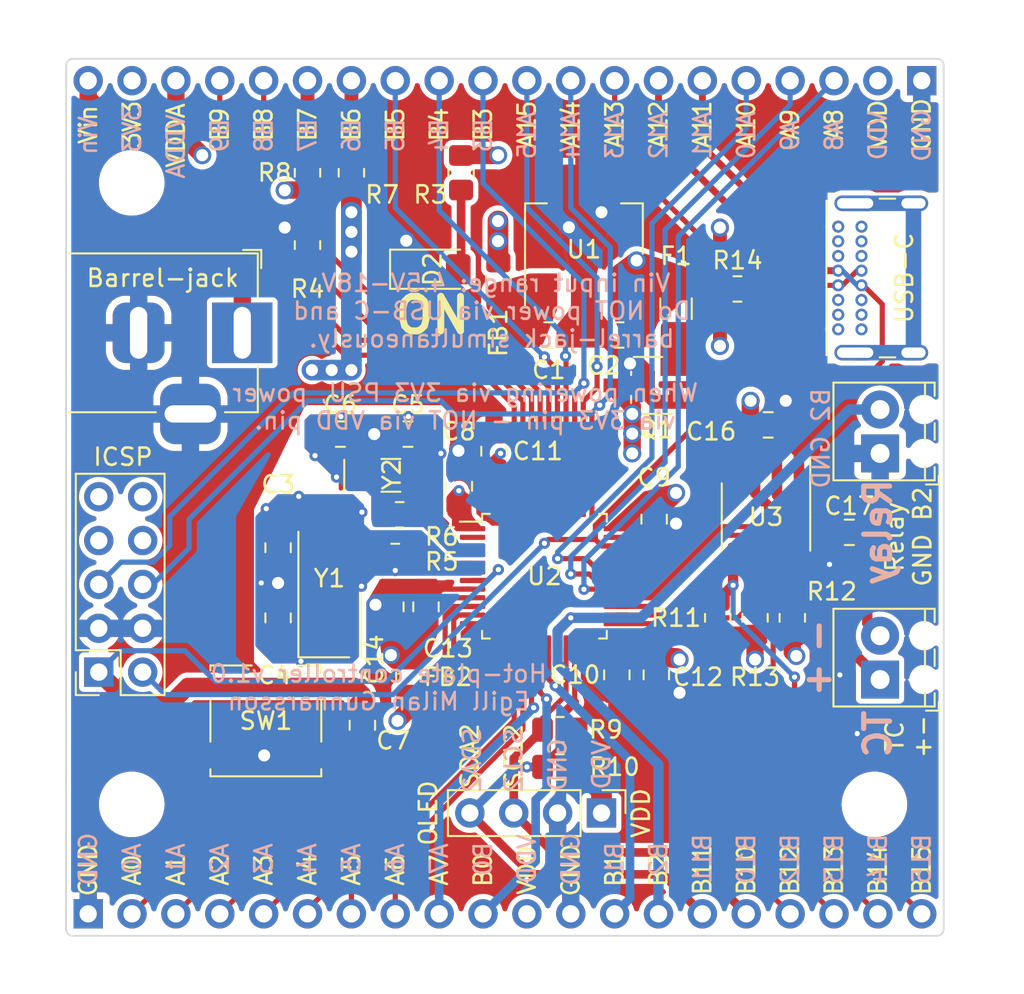
<source format=kicad_pcb>
(kicad_pcb (version 20211014) (generator pcbnew)
  (layers (0 "F.Cu" signal) (1 "In1.Cu" signal) (2 "In2.Cu" signal) (31 "B.Cu" signal) (34 "B.Paste" user) (35 "F.Paste" user) (36 "B.SilkS" user "B.Silkscreen") (37 "F.SilkS" user "F.Silkscreen") (38 "B.Mask" user) (39 "F.Mask" user) (44 "Edge.Cuts" user))
  (net 0 "")
  (net 1 "Net-(C17-Pad2)")
  (net 2 "Net-(C17-Pad1)")
  (net 3 "GND")
  (net 4 "/PB2")
  (net 5 "/~RST")
  (net 6 "/Vin")
  (net 7 "/USB_D+")
  (net 8 "VDD")
  (net 9 "/PB15{slash}MOSI2")
  (net 10 "/PB14{slash}MISO2")
  (net 11 "/PB10{slash}SCL2")
  (net 12 "/PB13{slash}SCK2")
  (net 13 "/PB11{slash}SDA2")
  (net 14 "/PB7{slash}SDA1")
  (net 15 "/PB6{slash}SCL1")
  (net 16 "Net-(C6-Pad2)")
  (net 17 "Net-(R6-Pad2)")
  (net 18 "Net-(C4-Pad2)")
  (net 19 "Net-(R5-Pad2)")
  (net 20 "Net-(R4-Pad1)")
  (net 21 "Net-(D2-Pad2)")
  (net 22 "+3V3")
  (net 23 "Net-(C1-Pad1)")
  (net 24 "Net-(F1-Pad2)")
  (net 25 "/PB12")
  (net 28 "Net-(C5-Pad2)")
  (net 29 "Net-(C3-Pad2)")
  (net 30 "VDDA")
  (net 31 "/PA0")
  (net 32 "/PA1")
  (net 33 "/PA2{slash}TX2")
  (net 34 "/PA3{slash}RX2")
  (net 35 "/PA4")
  (net 36 "/PA5{slash}SCK1")
  (net 37 "/PA6{slash}MISO1")
  (net 38 "/PA7{slash}MOSI1")
  (net 39 "/PB0")
  (net 40 "/PB1")
  (net 41 "/PA8")
  (net 42 "/PA9{slash}TX1")
  (net 43 "/PA10{slash}RX1")
  (net 44 "/USB_D-")
  (net 45 "/PA13{slash}SWDIO")
  (net 46 "/PA14{slash}SWCLK")
  (net 47 "/PA15")
  (net 48 "/PB3{slash}SWO")
  (net 49 "/PB4")
  (net 50 "/PB5")
  (net 51 "/PB8")
  (net 52 "/PB9")
  (net 57 "unconnected-(J1-PadS1)")
  (footprint "STM32F103_uC:Crystal_SMD_MicroCrystal_CC7V-T1A-2Pin_3.2x1.5mm_HandSoldering" (layer "F.Cu") (at 175.006 91.44)
    (fp_text reference "Y2")
    (fp_text value "32.768kHz")
  )
  (footprint "Capacitor_SMD:C_0805_2012Metric_Pad1.18x1.45mm_HandSolder" (layer "F.Cu") (at 190.246 93.98 -90)
    (fp_text reference "C9")
    (fp_text value "100n")
  )
  (footprint "Capacitor_SMD:C_0805_2012Metric_Pad1.18x1.45mm_HandSolder" (layer "F.Cu") (at 172.085 89.0524 180)
    (fp_text reference "C6")
    (fp_text value "4p")
  )
  (footprint "Capacitor_SMD:C_0805_2012Metric_Pad1.18x1.45mm_HandSolder" (layer "F.Cu") (at 188.214 83.312 180)
    (fp_text reference "C2")
    (fp_text value "10µ")
  )
  (footprint "Capacitor_SMD:C_0805_2012Metric_Pad1.18x1.45mm_HandSolder" (layer "F.Cu") (at 196.85 88.519)
    (fp_text reference "C16")
    (fp_text value "10µ")
  )
  (footprint "Inductor_SMD:L_0805_2012Metric_Pad1.15x1.40mm_HandSolder" (layer "F.Cu") (at 176.022 103.124 90)
    (fp_text reference "FB2")
    (fp_text value "600R@100MHz")
  )
  (footprint "Inductor_SMD:L_0805_2012Metric_Pad1.15x1.40mm_HandSolder" (layer "F.Cu") (at 181.229 80.137 -90)
    (fp_text reference "FB1")
    (fp_text value "600R@100MHz")
  )
  (footprint "Capacitor_SMD:C_0805_2012Metric_Pad1.18x1.45mm_HandSolder" (layer "F.Cu") (at 184.15 83.312)
    (fp_text reference "C1")
    (fp_text value "10µ")
  )
  (footprint "Package_TO_SOT_SMD:SC-59_Handsoldering" (layer "F.Cu") (at 189.865 86.233 180)
    (fp_text reference "Q1")
    (fp_text value "DMP2120U-7")
  )
  (footprint "Resistor_SMD:R_0805_2012Metric_Pad1.20x1.40mm_HandSolder" (layer "F.Cu") (at 175.514 93.726)
    (fp_text reference "R6")
    (fp_text value "390k")
  )
  (footprint "Capacitor_SMD:C_0805_2012Metric_Pad1.18x1.45mm_HandSolder" (layer "F.Cu") (at 201.549 94.742)
    (fp_text reference "C17")
    (fp_text value "100n")
  )
  (footprint "Capacitor_SMD:C_0805_2012Metric_Pad1.18x1.45mm_HandSolder" (layer "F.Cu") (at 168.475 99.695 -90)
    (fp_text reference "C4")
    (fp_text value "27p")
  )
  (footprint "Resistor_SMD:R_0805_2012Metric_Pad1.20x1.40mm_HandSolder" (layer "F.Cu") (at 172.72 73.914 90)
    (fp_text reference "R7")
    (fp_text value "2k2")
  )
  (footprint "MountingHole:MountingHole_3.2mm_M3" (layer "F.Cu") (at 160 74.5)
    (fp_text reference "H1" hide)
    (fp_text value "MountingHole")
  )
  (footprint "STM32F103_uC:BarrelJack_Horizontal" (layer "F.Cu") (at 166.401 83.185)
    (fp_text reference "J2" hide)
    (fp_text value "Barrel_Jack")
  )
  (footprint "Fuse:Fuse_1206_3216Metric_Pad1.42x1.75mm_HandSolder" (layer "F.Cu") (at 191.516 81.788 -90)
    (fp_text reference "F1")
    (fp_text value "250")
  )
  (footprint "Resistor_SMD:R_0805_2012Metric_Pad1.20x1.40mm_HandSolder" (layer "F.Cu") (at 195.072 80.645 180)
    (fp_text reference "R14")
    (fp_text value "1k5")
  )
  (footprint "Resistor_SMD:R_0805_2012Metric_Pad1.20x1.40mm_HandSolder" (layer "F.Cu") (at 184.785 106.172 180)
    (fp_text reference "R9")
    (fp_text value "2k2")
  )
  (footprint "TerminalBlock_Phoenix:TerminalBlock_Phoenix_MPT-0,5-2-2.54_1x02_P2.54mm_Horizontal" (layer "F.Cu") (at 203.327 90.17 90)
    (fp_text reference "J5" hide)
    (fp_text value "Screw terminal")
  )
  (footprint "Resistor_SMD:R_0805_2012Metric_Pad1.20x1.40mm_HandSolder" (layer "F.Cu") (at 193.929 99.695 90)
    (fp_text reference "R11")
    (fp_text value "10k")
  )
  (footprint "Resistor_SMD:R_0805_2012Metric_Pad1.20x1.40mm_HandSolder" (layer "F.Cu") (at 179.07 73.914 -90)
    (fp_text reference "R3")
    (fp_text value "1k5")
  )
  (footprint "STM32F103_uC:Crystal_SMD_Abracon_ABM3-2Pin_5.0x3.2mm_HandSoldering" (layer "F.Cu") (at 171.45 97.409 90)
    (fp_text reference "Y1")
    (fp_text value "8MHz")
  )
  (footprint "Capacitor_SMD:C_0805_2012Metric_Pad1.18x1.45mm_HandSolder" (layer "F.Cu") (at 190.373 102.997 -90)
    (fp_text reference "C12")
    (fp_text value "10µ")
  )
  (footprint "Package_QFP:LQFP-48_7x7mm_P0.5mm" (layer "F.Cu") (at 183.896 97.282)
    (fp_text reference "U2")
    (fp_text value "STM32F103C8Tx")
  )
  (footprint "Capacitor_SMD:C_0805_2012Metric_Pad1.18x1.45mm_HandSolder" (layer "F.Cu") (at 177.038 99.06 90)
    (fp_text reference "C13")
    (fp_text value "100n")
  )
  (footprint "Capacitor_SMD:C_0805_2012Metric_Pad1.18x1.45mm_HandSolder" (layer "F.Cu") (at 168.475 95.631 90)
    (fp_text reference "C3")
    (fp_text value "27p")
  )
  (footprint "Capacitor_SMD:C_0805_2012Metric_Pad1.18x1.45mm_HandSolder" (layer "F.Cu") (at 175.9966 89.0524)
    (fp_text reference "C5")
    (fp_text value "4p")
  )
  (footprint "Resistor_SMD:R_0805_2012Metric_Pad1.20x1.40mm_HandSolder" (layer "F.Cu") (at 170.18 73.914 90)
    (fp_text reference "R8")
    (fp_text value "2k2")
  )
  (footprint "Resistor_SMD:R_0805_2012Metric_Pad1.20x1.40mm_HandSolder" (layer "F.Cu") (at 198.247 99.695 90)
    (fp_text reference "R12")
    (fp_text value "10k")
  )
  (footprint "STM32F103_uC:PinSocket_2x05_P2.54mm_Vertical" (layer "F.Cu") (at 158.095 102.84 180)
    (fp_text reference "J7" hide)
    (fp_text value "ST-Link V2")
  )
  (footprint "TerminalBlock_Phoenix:TerminalBlock_Phoenix_MPT-0,5-2-2.54_1x02_P2.54mm_Horizontal" (layer "F.Cu") (at 203.327 103.27 90)
    (fp_text reference "TC1" hide)
    (fp_text value "Screw terminal")
  )
  (footprint "Capacitor_SMD:C_0805_2012Metric_Pad1.18x1.45mm_HandSolder" (layer "F.Cu") (at 175.006 99.06 90)
    (fp_text reference "C14")
    (fp_text value "1µ")
  )
  (footprint "Capacitor_SMD:C_0805_2012Metric_Pad1.18x1.45mm_HandSolder" (layer "F.Cu") (at 188.087 102.997 -90)
    (fp_text reference "C10")
    (fp_text value "100n")
  )
  (footprint "Resistor_SMD:R_0805_2012Metric_Pad1.20x1.40mm_HandSolder" (layer "F.Cu") (at 175.26 96.139)
    (fp_text reference "R5")
    (fp_text value "750R")
  )
  (footprint "STM32F103_uC:USB_C_Receptacle_GCT_USB4085" (layer "F.Cu") (at 200.9022 82.985 90)
    (fp_text reference "J1" hide)
    (fp_text value "USB_C_Receptacle")
  )
  (footprint "Capacitor_SMD:C_0805_2012Metric_Pad1.18x1.45mm_HandSolder" (layer "F.Cu") (at 178.943 92.075 90)
    (fp_text reference "C8")
    (fp_text value "100n")
  )
  (footprint "Capacitor_SMD:C_0805_2012Metric_Pad1.18x1.45mm_HandSolder" (layer "F.Cu") (at 180.975 90.043 90)
    (fp_text reference "C11")
    (fp_text value "100n")
  )
  (footprint "LED_SMD:LED_1206_3216Metric_Pad1.42x1.75mm_HandSolder" (layer "F.Cu") (at 177.419 79.502)
    (fp_text reference "D2")
    (fp_text value "Green")
  )
  (footprint "Resistor_SMD:R_0805_2012Metric_Pad1.20x1.40mm_HandSolder" (layer "F.Cu") (at 184.785 108.331 180)
    (fp_text reference "R10")
    (fp_text value "2k2")
  )
  (footprint "Capacitor_SMD:C_0805_2012Metric_Pad1.18x1.45mm_HandSolder" (layer "F.Cu") (at 173.355 105.918 -90)
    (fp_text reference "C7")
    (fp_text value "100n")
  )
  (footprint "MountingHole:MountingHole_3.2mm_M3" (layer "F.Cu") (at 203 110.5)
    (fp_text reference "H3" hide)
    (fp_text value "MountingHole")
  )
  (footprint "MountingHole:MountingHole_3.2mm_M3" (layer "F.Cu") (at 160 110.5)
    (fp_text reference "H2" hide)
    (fp_text value "MountingHole")
  )
  (footprint "Package_TO_SOT_SMD:SOT-223-3_TabPin2" (layer "F.Cu") (at 186.182 77.597 90)
    (fp_text reference "U1")
    (fp_text value "NCP1117LPST33")
  )
  (footprint "STM32F103_uC:1.3_inch_OLED_IIC" (layer "F.Cu") (at 187.198 110.998 -90)
    (fp_text reference "J6" hide)
    (fp_text value "Conn_01x04" hide)
  )
  (footprint "Resistor_SMD:R_0805_2012Metric_Pad1.20x1.40mm_HandSolder" (layer "F.Cu") (at 170.18 78.105 90)
    (fp_text reference "R4")
    (fp_text value "10k")
  )
  (footprint "Resistor_SMD:R_0805_2012Metric_Pad1.20x1.40mm_HandSolder" (layer "F.Cu") (at 196.088 99.695 90)
    (fp_text reference "R13")
    (fp_text value "10k")
  )
  (footprint "Package_SO:SOIC-8_3.9x4.9mm_P1.27mm" (layer "F.Cu") (at 196.723 93.853 -90)
    (fp_text reference "U3")
    (fp_text value "MAX31855")
  )
  (footprint "STM32F103_uC:SW_Push_1P1T_NO_CK_KSC6xxJ" (layer "F.Cu") (at 167.767 105.664 180)
    (fp_text reference "SW1")
    (fp_text value "SW_Push_Dual")
  )
  (footprint "Connector_PinHeader_2.54mm:PinHeader_1x20_P2.54mm_Vertical" (layer "B.Cu") (at 205.74 68.58 90)
    (fp_text reference "J4" hide)
    (fp_text value "Conn_01x20")
  )
  (footprint "Connector_PinHeader_2.54mm:PinHeader_1x20_P2.54mm_Vertical" (layer "B.Cu") (at 157.48 116.84 -90)
    (fp_text reference "J3" hide)
    (fp_text value "Conn_01x20")
  )
  (gr_line (start 156.21 67.691) (end 156.2 117.729) (layer "Edge.Cuts") (width 0.1))
  (gr_arc (start 156.21 67.691) (mid 156.321592 67.421592) (end 156.591 67.31) (layer "Edge.Cuts") (width 0.1))
  (gr_line (start 156.581 118.11) (end 206.629 118.11) (layer "Edge.Cuts") (width 0.1))
  (gr_line (start 206.629 67.31) (end 156.591 67.31) (layer "Edge.Cuts") (width 0.1))
  (gr_line (start 207.01 117.729) (end 207.01 67.691) (layer "Edge.Cuts") (width 0.1))
  (gr_arc (start 206.629 67.31) (mid 206.898408 67.421592) (end 207.01 67.691) (layer "Edge.Cuts") (width 0.1))
  (gr_arc (start 207.01 117.729) (mid 206.898408 117.998408) (end 206.629 118.11) (layer "Edge.Cuts") (width 0.1))
  (gr_arc (start 156.581 118.11) (mid 156.311592 117.998408) (end 156.2 117.729) (layer "Edge.Cuts") (width 0.1))
  (gr_text "GND" (at 205.74 71.755 90) (layer "B.SilkS") (effects (font (size 1 1)) (justify mirror)))
  (gr_text "B3" (at 180.34 71.755 90) (layer "B.SilkS") (effects (font (size 1 1)) (justify mirror)))
  (gr_text "GND" (at 157.48 113.665 90) (layer "B.SilkS") (effects (font (size 1 1)) (justify mirror)))
  (gr_text "A0" (at 160.02 113.665 90) (layer "B.SilkS") (effects (font (size 1 1)) (justify mirror)))
  (gr_text "B6" (at 172.72 71.755 90) (layer "B.SilkS") (effects (font (size 1 1)) (justify mirror)))
  (gr_text "Vin input range: 4.5V-18V.\nDo NOT power via USB-C and\nbarrel-jack simultaneously." (at 180.848 81.915) (layer "B.SilkS") (effects (font (size 1 1)) (justify mirror)))
  (gr_text "+" (at 199.6948 103.2764 90) (layer "B.SilkS") (effects (font (size 1.5 1.5) (thickness 0.3)) (justify mirror)))
  (gr_text "SDA2" (at 179.705 107.95 90) (layer "B.SilkS") (effects (font (size 1 1)) (justify mirror)))
  (gr_text "B0" (at 180.34 113.665 90) (layer "B.SilkS") (effects (font (size 1 1)) (justify mirror)))
  (gr_text "B2" (at 190.5 113.665 90) (layer "B.SilkS") (effects (font (size 1 1)) (justify mirror)))
  (gr_text "GND" (at 199.898 90.678 90) (layer "B.SilkS") (effects (font (size 1 1)) (justify mirror)))
  (gr_text "A15" (at 182.88 71.755 90) (layer "B.SilkS") (effects (font (size 1 1)) (justify mirror)))
  (gr_text "When powering via 3V3 PSU, power\nvia 3V3 pin - NOT via VDD pin." (at 179.31 87.47) (layer "B.SilkS") (effects (font (size 1 1)) (justify mirror)))
  (gr_text "B10" (at 195.58 113.665 90) (layer "B.SilkS") (effects (font (size 1 1)) (justify mirror)))
  (gr_text "B11" (at 193.04 113.665 90) (layer "B.SilkS") (effects (font (size 1 1)) (justify mirror)))
  (gr_text "B15" (at 205.74 113.665 90) (layer "B.SilkS") (effects (font (size 1 1)) (justify mirror)))
  (gr_text "-" (at 199.6948 100.7364 90) (layer "B.SilkS") (effects (font (size 1.5 1.5) (thickness 0.3)) (justify mirror)))
  (gr_text "A6" (at 175.26 113.665 90) (layer "B.SilkS") (effects (font (size 1 1)) (justify mirror)))
  (gr_text "VDD" (at 203.2 71.755 90) (layer "B.SilkS") (effects (font (size 1 1)) (justify mirror)))
  (gr_text "A8" (at 200.66 71.755 90) (layer "B.SilkS") (effects (font (size 1 1)) (justify mirror)))
  (gr_text "A3" (at 167.64 113.665 90) (layer "B.SilkS") (effects (font (size 1 1)) (justify mirror)))
  (gr_text "A7" (at 177.8 113.665 90) (layer "B.SilkS") (effects (font (size 1 1)) (justify mirror)))
  (gr_text "B14" (at 203.2 113.665 90) (layer "B.SilkS") (effects (font (size 1 1)) (justify mirror)))
  (gr_text "A14" (at 185.42 71.755 90) (layer "B.SilkS") (effects (font (size 1 1)) (justify mirror)))
  (gr_text "A13" (at 187.96 71.755 90) (layer "B.SilkS") (effects (font (size 1 1)) (justify mirror)))
  (gr_text "B12" (at 198.12 113.665 90) (layer "B.SilkS") (effects (font (size 1 1)) (justify mirror)))
  (gr_text "B8" (at 167.64 71.755 90) (layer "B.SilkS") (effects (font (size 1 1)) (justify mirror)))
  (gr_text "VDDA" (at 162.56 72.39 90) (layer "B.SilkS") (effects (font (size 1 1)) (justify mirror)))
  (gr_text "A1" (at 162.56 113.665 90) (layer "B.SilkS") (effects (font (size 1 1)) (justify mirror)))
  (gr_text "B9" (at 165.1 71.755 90) (layer "B.SilkS") (effects (font (size 1 1)) (justify mirror)))
  (gr_text "A4" (at 170.18 113.665 90) (layer "B.SilkS") (effects (font (size 1 1)) (justify mirror)))
  (gr_text "B13" (at 200.66 113.665 90) (layer "B.SilkS") (effects (font (size 1 1)) (justify mirror)))
  (gr_text "VDD" (at 187.198 108.204 90) (layer "B.SilkS") (effects (font (size 1 1)) (justify mirror)))
  (gr_text "GND" (at 185.42 113.665 90) (layer "B.SilkS") (effects (font (size 1 1)) (justify mirror)))
  (gr_text "A2" (at 165.1 113.665 90) (layer "B.SilkS") (effects (font (size 1 1)) (justify mirror)))
  (gr_text "A12" (at 190.5 71.755 90) (layer "B.SilkS") (effects (font (size 1 1)) (justify mirror)))
  (gr_text "3V3" (at 160.02 71.374 90) (layer "B.SilkS") (effects (font (size 1 1)) (justify mirror)))
  (gr_text "A11" (at 193.04 71.755 90) (layer "B.SilkS") (effects (font (size 1 1)) (justify mirror)))
  (gr_text "VDD" (at 182.88 113.665 90) (layer "B.SilkS") (effects (font (size 1 1)) (justify mirror)))
  (gr_text "A9" (at 198.12 71.755 90) (layer "B.SilkS") (effects (font (size 1 1)) (justify mirror)))
  (gr_text "TC" (at 203.2 106.426 90) (layer "B.SilkS") (effects (font (size 1.5 1.5) (thickness 0.3)) (justify mirror)))
  (gr_text "A5" (at 172.72 113.665 90) (layer "B.SilkS") (effects (font (size 1 1)) (justify mirror)))
  (gr_text "B4" (at 177.8 71.755 90) (layer "B.SilkS") (effects (font (size 1 1)) (justify mirror)))
  (gr_text "B1" (at 187.96 113.665 90) (layer "B.SilkS") (effects (font (size 1 1)) (justify mirror)))
  (gr_text "B7" (at 170.18 71.755 90) (layer "B.SilkS") (effects (font (size 1 1)) (justify mirror)))
  (gr_text "GND" (at 184.658 108.204 90) (layer "B.SilkS") (effects (font (size 1 1)) (justify mirror)))
  (gr_text "Relay" (at 203.2 94.742 90) (layer "B.SilkS") (effects (font (size 1.5 1.5) (thickness 0.3)) (justify mirror)))
  (gr_text "SCL2" (at 182.118 107.95 90) (layer "B.SilkS") (effects (font (size 1 1)) (justify mirror)))
  (gr_text "B2" (at 199.898 87.376 90) (layer "B.SilkS") (effects (font (size 1 1)) (justify mirror)))
  (gr_text "B5" (at 175.26 71.755 90) (layer "B.SilkS") (effects (font (size 1 1)) (justify mirror)))
  (gr_text "A10" (at 195.58 71.755 90) (layer "B.SilkS") (effects (font (size 1 1)) (justify mirror)))
  (gr_text "Vin" (at 157.48 71.755 90) (layer "B.SilkS") (effects (font (size 1 1)) (justify mirror)))
  (gr_text "Hot-plate controller v1.0\nEgill Milan Gunnarsson" (at 174.2948 103.7336) (layer "B.SilkS") (effects (font (size 1 1)) (justify mirror)))
  (gr_text "ICSP" (at 159.5 90.375) (layer "F.SilkS") (effects (font (size 1 1))))
  (gr_text "A9" (at 198.12 71.12 90) (layer "F.SilkS") (effects (font (size 1 1))))
  (gr_text "GND" (at 157.48 114.3 90) (layer "F.SilkS") (effects (font (size 1 1))))
  (gr_text "A10" (at 195.58 71.12 90) (layer "F.SilkS") (effects (font (size 1 1))))
  (gr_text "3V3" (at 160.02 71.12 90) (layer "F.SilkS") (effects (font (size 1 1))))
  (gr_text "VDDA" (at 162.56 71.755 90) (layer "F.SilkS") (effects (font (size 1 1))))
  (gr_text "A2" (at 165.1 114.3 90) (layer "F.SilkS") (effects (font (size 1 1))))
  (gr_text "Relay\nGND B2" (at 204.978 95 90) (layer "F.SilkS") (effects (font (size 1 1))))
  (gr_text "B3" (at 180.34 71.12 90) (layer "F.SilkS") (effects (font (size 1 1))))
  (gr_text "B0" (at 180.34 114.3 90) (layer "F.SilkS") (effects (font (size 1 1))))
  (gr_text "A5" (at 172.72 114.3 90) (layer "F.SilkS") (effects (font (size 1 1))))
  (gr_text "USB-C" (at 204.724 80.01 90) (layer "F.SilkS") (effects (font (size 1 1))))
  (gr_text "A7" (at 177.8 114.3 90) (layer "F.SilkS") (effects (font (size 1 1))))
  (gr_text "B15" (at 205.74 114.3 90) (layer "F.SilkS") (effects (font (size 1 1))))
  (gr_text "B6" (at 172.72 71.12 90) (layer "F.SilkS") (effects (font (size 1 1))))
  (gr_text "Barrel-jack" (at 161.798 80.01) (layer "F.SilkS") (effects (font (size 1 1))))
  (gr_text "A12" (at 190.5 71.12 90) (layer "F.SilkS") (effects (font (size 1 1))))
  (gr_text "B2" (at 190.5 114.3 90) (layer "F.SilkS") (effects (font (size 1 1))))
  (gr_text "A8" (at 200.66 71.12 90) (layer "F.SilkS") (effects (font (size 1 1))))
  (gr_text "OLED" (at 177.165 110.998 90) (layer "F.SilkS") (effects (font (size 1 1))))
  (gr_text "VDD" (at 203.2 71.12 90) (layer "F.SilkS") (effects (font (size 1 1))))
  (gr_text "B8" (at 167.64 71.12 90) (layer "F.SilkS") (effects (font (size 1 1))))
  (gr_text "SCL2" (at 182.118 107.696 90) (layer "F.SilkS") (effects (font (size 1 1))))
  (gr_text "B1" (at 187.96 114.3 90) (layer "F.SilkS") (effects (font (size 1 1))))
  (gr_text "A4" (at 170.18 114.3 90) (layer "F.SilkS") (effects (font (size 1 1))))
  (gr_text "TC\n+-" (at 204.978 106.572 90) (layer "F.SilkS") (effects (font (size 1 1))))
  (gr_text "B13" (at 200.66 114.3 90) (layer "F.SilkS") (effects (font (size 1 1))))
  (gr_text "A11" (at 193.04 71.12 90) (layer "F.SilkS") (effects (font (size 1 1))))
  (gr_text "B7" (at 170.18 71.12 90) (layer "F.SilkS") (effects (font (size 1 1))))
  (gr_text "B12" (at 198.12 114.3 90) (layer "F.SilkS") (effects (font (size 1 1))))
  (gr_text "B9" (at 165.1 71.12 90) (layer "F.SilkS") (effects (font (size 1 1))))
  (gr_text "A0" (at 160.02 114.3 90) (layer "F.SilkS") (effects (font (size 1 1))))
  (gr_text "A6" (at 175.26 114.3 90) (layer "F.SilkS") (effects (font (size 1 1))))
  (gr_text "VDD" (at 182.88 114.3 90) (layer "F.SilkS") (effects (font (size 1 1))))
  (gr_text "A13" (at 187.96 71.12 90) (layer "F.SilkS") (effects (font (size 1 1))))
  (gr_text "B4" (at 177.8 71.12 90) (layer "F.SilkS") (effects (font (size 1 1))))
  (gr_text "B10" (at 195.58 114.3 90) (layer "F.SilkS") (effects (font (size 1 1))))
  (gr_text "B14" (at 203.2 114.3 90) (layer "F.SilkS") (effects (font (size 1 1))))
  (gr_text "ON" (at 177.419 82.169) (layer "F.SilkS") (effects (font (size 2 2) (thickness 0.4))))
  (gr_text "B5" (at 175.26 71.12 90) (layer "F.SilkS") (effects (font (size 1 1))))
  (gr_text "VDD" (at 189.484 110.998 90) (layer "F.SilkS") (effects (font (size 1 1))))
  (gr_text "B11" (at 193.04 114.3 90) (layer "F.SilkS") (effects (font (size 1 1))))
  (gr_text "Vin" (at 157.48 71.12 90) (layer "F.SilkS") (effects (font (size 1 1))))
  (gr_text "A3" (at 167.64 114.3 90) (layer "F.SilkS") (effects (font (size 1 1))))
  (gr_text "GND" (at 185.42 114.3 90) (layer "F.SilkS") (effects (font (size 1 1))))
  (gr_text "SDA2" (at 179.578 107.696 90) (layer "F.SilkS") (effects (font (size 1 1))))
  (gr_text "GND" (at 205.74 71.12 90) (layer "F.SilkS") (effects (font (size 1 1))))
  (gr_text "A15" (at 182.88 71.12 90) (layer "F.SilkS") (effects (font (size 1 1))))
  (gr_text "A1" (at 162.56 114.3 90) (layer "F.SilkS") (effects (font (size 1 1))))
  (gr_text "A14" (at 185.42 71.12 90) (layer "F.SilkS") (effects (font (size 1 1))))
  (segment (start 202.5865 99.9895) (end 203.327 100.73) (width 0.6) (layer "F.Cu") (net 1))
  (segment (start 200.8085 92.964) (end 202.5865 94.742) (width 0.6) (layer "F.Cu") (net 1))
  (segment (start 197.358 92.595308) (end 197.726692 92.964) (width 0.6) (layer "F.Cu") (net 1))
  (segment (start 197.726692 92.964) (end 200.8085 92.964) (width 0.6) (layer "F.Cu") (net 1))
  (segment (start 202.5865 94.742) (end 202.5865 99.9895) (width 0.6) (layer "F.Cu") (net 1))
  (segment (start 197.358 91.378) (end 197.358 92.595308) (width 0.6) (layer "F.Cu") (net 1))
  (segment (start 196.088 91.378) (end 196.088 92.456) (width 0.6) (layer "F.Cu") (net 2))
  (segment (start 201.5 95.7305) (end 201.5 101.443) (width 0.6) (layer "F.Cu") (net 2))
  (segment (start 200.5115 94.742) (end 201.5 95.7305) (width 0.6) (layer "F.Cu") (net 2))
  (segment (start 201.5 101.443) (end 203.327 103.27) (width 0.6) (layer "F.Cu") (net 2))
  (segment (start 196.088 92.456) (end 197.39552 93.76352) (width 0.6) (layer "F.Cu") (net 2))
  (segment (start 197.39552 93.76352) (end 199.53302 93.76352) (width 0.6) (layer "F.Cu") (net 2))
  (segment (start 199.53302 93.76352) (end 200.5115 94.742) (width 0.6) (layer "F.Cu") (net 2))
  (segment (start 169.799 102.2096) (end 168.1988 102.2096) (width 0.25) (layer "F.Cu") (net 3))
  (segment (start 172.6465 107.664) (end 173.355 106.9555) (width 1) (layer "F.Cu") (net 3))
  (segment (start 186.182 80.747) (end 186.182 74.447) (width 1) (layer "F.Cu") (net 3))
  (segment (start 167.386 93.7768) (end 167.7924 93.3704) (width 0.25) (layer "F.Cu") (net 3))
  (segment (start 188.849 84.963) (end 188.8275 84.963) (width 0.8) (layer "F.Cu") (net 3))
  (segment (start 178.2572 94.234) (end 177.9016 93.8784) (width 0.25) (layer "F.Cu") (net 3))
  (segment (start 186.146 101.4445) (end 186.146 102.58) (width 0.3) (layer "F.Cu") (net 3))
  (segment (start 189.8904 86.7664) (end 190.307 87.183) (width 0.8) (layer "F.Cu") (net 3))
  (segment (start 186.146 102.58) (end 187.6005 104.0345) (width 0.3) (layer "F.Cu") (net 3))
  (segment (start 181.646 93.1195) (end 181.646 93.957361) (width 0.3) (layer "F.Cu") (net 3))
  (segment (start 173.0248 101.9048) (end 173.0248 98.1456) (width 0.25) (layer "F.Cu") (net 3))
  (segment (start 178.9176 90.0176) (end 179.9297 89.0055) (width 1) (layer "F.Cu") (net 3))
  (segment (start 188.087 104.0345) (end 190.373 104.0345) (width 1) (layer "F.Cu") (net 3))
  (segment (start 198.628 91.378) (end 198.628 90.17) (width 0.6) (layer "F.Cu") (net 3))
  (segment (start 179.7335 98.032) (end 177.0475 98.032) (width 0.3) (layer "F.Cu") (net 3))
  (segment (start 190.373 104.0345) (end 191.7153 104.0345) (width 1) (layer "F.Cu") (net 3))
  (segment (start 173.3296 93.218) (end 173.3296 93.5736) (width 0.25) (layer "F.Cu") (net 3))
  (segment (start 172.7708 92.6592) (end 173.3296 93.218) (width 0.25) (layer "F.Cu") (net 3))
  (segment (start 188.849 84.963) (end 189.357 84.963) (width 0.8) (layer "F.Cu") (net 3))
  (segment (start 197.8875 89.4295) (end 197.8875 88.519) (width 0.6) (layer "F.Cu") (net 3))
  (segment (start 173.3042 97.8662) (end 174.0408 97.1296) (width 0.25) (layer "F.Cu") (net 3))
  (segment (start 175.26 96.9518) (end 175.4378 96.9518) (width 0.25) (layer "F.Cu") (net 3))
  (segment (start 173.1225 89.0524) (end 174.0408 89.0524) (width 1) (layer "F.Cu") (net 3))
  (segment (start 177.6476 88.0364) (end 176.022 88.0364) (width 0.25) (layer "F.Cu") (net 3))
  (segment (start 181.396841 94.20652) (end 180.895159 94.20652) (width 0.3) (layer "F.Cu") (net 3))
  (segment (start 177.9016 93.8784) (end 177.9016 90.17) (width 0.25) (layer "F.Cu") (net 3))
  (segment (start 164.867 107.664) (end 167.672 107.664) (width 1) (layer "F.Cu") (net 3))
  (segment (start 186.182 82.3175) (end 187.1765 83.312) (width 1) (layer "F.Cu") (net 3))
  (segment (start 198.628 90.17) (end 197.8875 89.4295) (width 0.6) (layer "F.Cu") (net 3))
  (segment (start 175.133 96.9518) (end 175.26 96.9518) (width 0.25) (layer "F.Cu") (net 3))
  (segment (start 175.4378 96.9518) (end 175.6156 97.1296) (width 0.25) (layer "F.Cu") (net 3))
  (segment (start 191.7153 104.0345) (end 191.7192 104.0384) (width 1) (layer "F.Cu") (net 3))
  (segment (start 175.895 77.851) (end 175.895 79.4655) (width 1) (layer "F.Cu") (net 3))
  (segment (start 188.8275 84.963) (end 187.1765 83.312) (width 0.8) (layer "F.Cu") (net 3))
  (segment (start 180.34 92.4345) (end 178.943 91.0375) (width 0.3) (layer "F.Cu") (net 3))
  (segment (start 173.3296 93.5736) (end 173.3296 93.98) (width 0.25) (layer "F.Cu") (net 3))
  (segment (start 174.117 98.933) (end 174.117 98.9115) (width 1) (layer "F.Cu") (net 3))
  (segment (start 175.006 98.0225) (end 177.038 98.0225) (width 1) (layer "F.Cu") (net 3))
  (segment (start 170.1292 89.8144) (end 170.6118 90.297) (width 0.25) (layer "F.Cu") (net 3))
  (segment (start 177.9016 90.17) (end 177.9016 88.2904) (width 0.25) (layer "F.Cu") (net 3))
  (segment (start 167.386 101.3968) (end 167.386 93.7768) (width 0.25) (layer "F.Cu") (net 3))
  (segment (start 188.0585 95.032) (end 190.2315 95.032) (width 0.3) (layer "F.Cu") (net 3))
  (segment (start 197.8875 87.1435) (end 197.866 87.122) (width 1) (layer "F.Cu") (net 3))
  (segment (start 172.72 102.2096) (end 173.0248 101.9048) (width 0.25) (layer "F.Cu") (net 3))
  (segment (start 173.0248 98.1456) (end 173.3042 97.8662) (width 0.25) (layer "F.Cu") (net 3))
  (segment (start 189.8904 85.4964) (end 189.8904 86.7664) (width 0.8) (layer "F.Cu") (net 3))
  (segment (start 190.307 87.183) (end 191.515 87.183) (width 0.8) (layer "F.Cu") (net 3))
  (segment (start 189.357 84.963) (end 189.8904 85.4964) (width 0.8) (layer "F.Cu") (net 3))
  (segment (start 169.672 92.6592) (end 172.7708 92.6592) (width 0.25) (layer "F.Cu") (net 3))
  (segment (start 174.0408 97.1296) (end 174.9552 97.1296) (width 0.25) (layer "F.Cu") (net 3))
  (segment (start 170.667 107.664) (end 172.6465 107.664) (width 1) (layer "F.Cu") (net 3))
  (segment (start 179.9297 89.0055) (end 180.975 89.0055) (width 1) (layer "F.Cu") (net 3))
  (segment (start 168.475 98.6575) (end 168.475 96.6685) (width 1) (layer "F.Cu") (net 3))
  (segment (start 186.182 82.3175) (end 185.1875 83.312) (width 1) (layer "F.Cu") (net 3))
  (segment (start 177.0475 98.032) (end 177.038 98.0225) (width 0.3) (layer "F.Cu") (net 3))
  (segment (start 170.1292 88.2904) (end 170.1292 89.8144) (width 0.25) (layer "F.Cu") (net 3))
  (segment (start 178.943 91.0375) (end 178.943 90.043) (width 1) (layer "F.Cu") (net 3))
  (segment (start 177.9016 88.2904) (end 177.6476 88.0364) (width 0.25) (layer "F.Cu") (net 3))
  (segment (start 174.0408 89.0524) (end 174.9591 89.0524) (width 1) (layer "F.Cu") (net 3))
  (segment (start 170.6118 90.297) (end 171.8564 91.5416) (width 0.25) (layer "F.Cu") (net 3))
  (segment (start 190.7325 95.0175) (end 191.516 94.234) (width 1) (layer "F.Cu") (net 3))
  (segment (start 172.1104 91.7956) (end 172.1104 92.202) (width 0.25) (layer "F.Cu") (net 3))
  (segment (start 172.1104 88.0364) (end 170.3832 88.0364) (width 0.25) (layer "F.Cu") (net 3))
  (segment (start 168.8752 77.105) (end 170.18 77.105) (width 1) (layer "F.Cu") (net 3))
  (segment (start 175.895 79.4655) (end 175.9315 79.502) (width 1) (layer "F.Cu") (net 3))
  (segment (start 171.8564 91.5416) (end 172.1104 91.7956) (width 0.25) (layer "F.Cu") (net 3))
  (segment (start 180.34 93.651361) (end 180.34 92.4345) (width 0.3) (layer "F.Cu") (net 3))
  (segment (start 175.6156 97.1296) (end 177.0888 97.1296) (width 0.25) (layer "F.Cu") (net 3))
  (segment (start 185.1875 83.312) (end 187.1765 83.312) (width 1) (layer "F.Cu") (net 3))
  (segment (start 180.895159 94.20652) (end 180.34 93.651361) (width 0.3) (layer "F.Cu") (net 3))
  (segment (start 167.7924 93.3704) (end 168.5036 92.6592) (width 0.25) (layer "F.Cu") (net 3))
  (segment (start 168.8592 77.089) (end 168.8752 77.105) (width 1) (layer "F.Cu") (net 3))
  (segment (start 181.646 93.957361) (end 181.396841 94.20652) (width 0.3) (layer "F.Cu") (net 3))
  (segment (start 167.672 107.664) (end 170.667 107.664) (width 1) (layer "F.Cu") (net 3))
  (segment (start 174.9552 97.1296) (end 175.133 96.9518) (width 0.25) (layer "F.Cu") (net 3))
  (segment (start 178.943 90.043) (end 178.9176 90.0176) (width 1) (layer "F.Cu") (net 3))
  (segment (start 170.3832 88.0364) (end 170.1292 88.2904) (width 0.25) (layer "F.Cu") (net 3))
  (segment (start 174.117 98.9115) (end 175.006 98.0225) (width 1) (layer "F.Cu") (net 3))
  (segment (start 176.022 88.0364) (end 172.1104 88.0364) (width 0.25) (layer "F.Cu") (net 3))
  (segment (start 190.2315 95.032) (end 190.246 95.0175) (width 0.3) (layer "F.Cu") (net 3))
  (segment (start 197.8875 88.519) (end 197.8875 87.1435) (width 1) (layer "F.Cu") (net 3))
  (segment (start 187.6005 104.0345) (end 188.087 104.0345) (width 0.3) (layer "F.Cu") (net 3))
  (segment (start 168.1988 102.2096) (end 167.386 101.3968) (width 0.25) (layer "F.Cu") (net 3))
  (segment (start 169.799 102.2096) (end 172.72 102.2096) (width 0.25) (layer "F.Cu") (net 3))
  (segment (start 186.182 80.747) (end 186.182 82.3175) (width 1) (layer "F.Cu") (net 3))
  (segment (start 168.5036 92.6592) (end 169.672 92.6592) (width 0.25) (layer "F.Cu") (net 3))
  (segment (start 190.246 95.0175) (end 190.7325 95.0175) (width 1) (layer "F.Cu") (net 3))
  (via (at 200.4 96.6) (size 0.648) (drill 0.3) (layers "F.Cu" "B.Cu") (net 3))
  (via (at 175.26 96.9518) (size 0.648) (drill 0.3) (layers "F.Cu" "B.Cu") (net 3))
  (via (at 175.895 77.851) (size 1.048) (drill 0.7) (layers "F.Cu" "B.Cu") (net 3))
  (via (at 170.6118 90.297) (size 0.648) (drill 0.3) (layers "F.Cu" "B.Cu") (net 3))
  (via (at 178.9176 90.0176) (size 1.048) (drill 0.7) (layers "F.Cu" "B.Cu") (net 3))
  (via (at 191.516 94.234) (size 1.048) (drill 0.7) (layers "F.Cu" "B.Cu") (net 3))
  (via (at 168.475 97.675) (size 1.048) (drill 0.7) (layers "F.Cu" "B.Cu") (net 3))
  (via (at 169.799 102.2096) (size 0.648) (drill 0.3) (layers "F.Cu" "B.Cu") (net 3))
  (via (at 202 106.4) (size 0.648) (drill 0.3) (layers "F.Cu" "B.Cu") (net 3))
  (via (at 174.0408 89.0524) (size 1.048) (drill 0.7) (layers "F.Cu" "B.Cu") (net 3))
  (via (at 167.7924 93.3704) (size 0.648) (drill 0.3) (layers "F.Cu" "B.Cu") (net 3))
  (via (at 167.672 107.664) (size 1.048) (drill 0.7) (layers "F.Cu" "B.Cu") (net 3))
  (via (at 171.8564 91.5416) (size 0.648) (drill 0.3) (layers "F.Cu" "B.Cu") (net 3))
  (via (at 173.3042 97.8662) (size 0.648) (drill 0.3) (layers "F.Cu" "B.Cu") (net 3))
  (via (at 188.849 84.963) (size 1.048) (drill 0.7) (layers "F.Cu" "B.Cu") (net 3))
  (via (at 187.198 76.2) (size 1.048) (drill 0.7) (layers "F.Cu" "B.Cu") (net 3))
  (via (at 172.1104 88.0364) (size 0.648) (drill 0.3) (layers "F.Cu" "B.Cu") (net 3))
  (via (at 176.022 88.0364) (size 0.648) (drill 0.3) (layers "F.Cu" "B.Cu") (net 3))
  (via (at 177.9016 90.17) (size 0.648) (drill 0.3) (layers "F.Cu" "B.Cu") (net 3))
  (via (at 191.7192 104.0384) (size 1.048) (drill 0.7) (layers "F.Cu" "B.Cu") (net 3))
  (via (at 197.866 87.122) (size 1.048) (drill 0.7) (layers "F.Cu" "B.Cu") (net 3))
  (via (at 168.8592 77.089) (size 1.048) (drill 0.7) (layers "F.Cu" "B.Cu") (net 3))
  (via (at 174.117 98.933) (size 1.048) (drill 0.7) (layers "F.Cu" "B.Cu") (net 3))
  (via (at 167.501 97.675) (size 0.648) (drill 0.3) (layers "F.Cu" "B.Cu") (net 3))
  (via (at 185.310342 77.071658) (size 1.048) (drill 0.7) (layers "F.Cu" "B.Cu") (net 3))
  (via (at 173.3296 93.5736) (size 0.648) (drill 0.3) (layers "F.Cu" "B.Cu") (net 3))
  (via (at 169.672 92.6592) (size 0.648) (drill 0.3) (layers "F.Cu" "B.Cu") (net 3))
  (via (at 201 103) (size 0.648) (drill 0.3) (layers "F.Cu" "B.Cu") (net 3))
  (segment (start 185.42 99.695) (end 184.646 100.469) (width 0.3) (layer "F.Cu") (net 4))
  (segment (start 184.646 100.469) (end 184.646 101.4445) (width 0.3) (layer "F.Cu") (net 4))
  (via (at 185.42 99.695) (size 0.648) (drill 0.3) (layers "F.Cu" "B.Cu") (net 4))
  (segment (start 184.658 102.362) (end 190.5 108.204) (width 0.6) (layer "B.Cu") (net 4))
  (segment (start 184.658 100.457) (end 184.658 102.362) (width 0.6) (layer "B.Cu") (net 4))
  (segment (start 185.42 99.695) (end 184.658 100.457) (width 0.6) (layer "B.Cu") (net 4))
  (segment (start 190.5 108.204) (end 190.5 116.84) (width 0.6) (layer "B.Cu") (net 4))
  (segment (start 185.42 99.695) (end 189.484 99.695) (width 0.6) (layer "B.Cu") (net 4))
  (segment (start 201.549 87.63) (end 203.327 87.63) (width 0.6) (layer "B.Cu") (net 4))
  (segment (start 189.484 99.695) (end 201.549 87.63) (width 0.6) (layer "B.Cu") (net 4))
  (segment (start 180.598 97.532) (end 181.229 96.901) (width 0.3) (layer "F.Cu") (net 5))
  (segment (start 163.258 103.664) (end 164.867 103.664) (width 1) (layer "F.Cu") (net 5))
  (segment (start 162.274 104.648) (end 163.258 103.664) (width 1) (layer "F.Cu") (net 5))
  (segment (start 158.095 102.84) (end 159.903 104.648) (width 1) (layer "F.Cu") (net 5))
  (segment (start 179.7335 97.532) (end 180.598 97.532) (width 0.3) (layer "F.Cu") (net 5))
  (segment (start 172.879 103.664) (end 173.355 104.14) (width 1) (layer "F.Cu") (net 5))
  (segment (start 170.667 103.664) (end 172.879 103.664) (width 1) (layer "F.Cu") (net 5))
  (segment (start 164.867 103.664) (end 170.667 103.664) (width 1) (layer "F.Cu") (net 5))
  (segment (start 173.355 104.14) (end 173.355 104.8805) (width 1) (layer "F.Cu") (net 5))
  (segment (start 159.903 104.648) (end 162.274 104.648) (width 1) (layer "F.Cu") (net 5))
  (via (at 181.229 96.901) (size 0.648) (drill 0.3) (layers "F.Cu" "B.Cu") (net 5))
  (segment (start 164.846 103.378) (end 163.068 101.6) (width 0.3) (layer "B.Cu") (net 5))
  (segment (start 181.229 96.901) (end 174.752 103.378) (width 0.3) (layer "B.Cu") (net 5))
  (segment (start 174.752 103.378) (end 164.846 103.378) (width 0.3) (layer "B.Cu") (net 5))
  (segment (start 163.068 101.6) (end 159.335 101.6) (width 0.3) (layer "B.Cu") (net 5))
  (segment (start 159.335 101.6) (end 158.095 102.84) (width 0.3) (layer "B.Cu") (net 5))
  (segment (start 160.782 71.628) (end 159.512 71.628) (width 1) (layer "F.Cu") (net 6))
  (segment (start 159.512 71.628) (end 157.48 69.596) (width 1) (layer "F.Cu") (net 6))
  (segment (start 162.814 76.962) (end 162.814 73.66) (width 1) (layer "F.Cu") (net 6))
  (segment (start 181.205921 76.708) (end 181.205921 77.874079) (width 1.2) (layer "F.Cu") (net 6))
  (segment (start 181.205921 77.874079) (end 181.205921 79.088921) (width 1.2) (layer "F.Cu") (net 6))
  (segment (start 166.401 83.185) (end 166.401 80.549) (width 1) (layer "F.Cu") (net 6))
  (segment (start 162.814 73.66) (end 160.782 71.628) (width 1) (layer "F.Cu") (net 6))
  (segment (start 157.48 69.596) (end 157.48 68.58) (width 1) (layer "F.Cu") (net 6))
  (segment (start 166.401 80.549) (end 162.814 76.962) (width 1) (layer "F.Cu") (net 6))
  (via (at 181.205921 76.708) (size 1.048) (drill 0.7) (layers "F.Cu" "B.Cu") (net 6))
  (via (at 181.205921 77.874079) (size 1.048) (drill 0.7) (layers "F.Cu" "B.Cu") (net 6))
  (segment (start 198.401919 83.118002) (end 196.563444 81.279526) (width 0.3) (layer "F.Cu") (net 7))
  (segment (start 197.553388 83.966533) (end 195.714913 82.128057) (width 0.3) (layer "F.Cu") (net 7))
  (segment (start 196.98771 80.855262) (end 196.98771 80.855261) (width 0.3) (layer "F.Cu") (net 7))
  (segment (start 199.246446 80.435) (end 200.9022 80.435) (width 0.3) (layer "F.Cu") (net 7))
  (segment (start 196.139179 81.703793) (end 196.139179 81.703792) (width 0.3) (layer "F.Cu") (net 7))
  (segment (start 190.5 71.755) (end 190.5 68.58) (width 0.4) (layer "F.Cu") (net 7))
  (segment (start 197.836241 80.006731) (end 197.836241 80.00673) (width 0.3) (layer "F.Cu") (net 7))
  (segment (start 198.401919 83.118001) (end 198.401919 83.118002) (width 0.3) (layer "F.Cu") (net 7))
  (segment (start 199.25045 82.269471) (end 197.411975 80.430995) (width 0.3) (layer "F.Cu") (net 7))
  (segment (start 201.9994 79.585) (end 201.1494 80.435) (width 0.3) (layer "F.Cu") (net 7))
  (segment (start 202.2522 79.585) (end 201.9994 79.585) (width 0.3) (layer "F.Cu") (net 7))
  (segment (start 201.1494 80.435) (end 200.9022 80.435) (width 0.3) (layer "F.Cu") (net 7))
  (segment (start 191.015446 96.032) (end 193.4895 93.557946) (width 0.3) (layer "F.Cu") (net 7))
  (segment (start 197.836241 80.00673) (end 198.543348 80.713837) (width 0.3) (layer "F.Cu") (net 7))
  (segment (start 199.25045 82.26947) (end 199.25045 82.269471) (width 0.3) (layer "F.Cu") (net 7))
  (segment (start 197.866 79.121) (end 197.866 79.976972) (width 0.3) (layer "F.Cu") (net 7))
  (segment (start 196.139179 81.703792) (end 197.977655 83.542267) (width 0.3) (layer "F.Cu") (net 7))
  (segment (start 195.290648 82.552324) (end 195.290648 82.552323) (width 0.3) (layer "F.Cu") (net 7))
  (segment (start 195.290648 82.552323) (end 197.129124 84.390798) (width 0.3) (layer "F.Cu") (net 7))
  (segment (start 197.866 79.121) (end 190.5 71.755) (width 0.4) (layer "F.Cu") (net 7))
  (segment (start 193.4895 86.191946) (end 195.149223 84.532223) (width 0.3) (layer "F.Cu") (net 7))
  (segment (start 196.245238 84.355444) (end 196.245238 84.355445) (width 0.3) (layer "F.Cu") (net 7))
  (segment (start 196.98771 80.855261) (end 198.826186 82.693736) (width 0.3) (layer "F.Cu") (net 7))
  (segment (start 196.245238 84.355445) (end 194.866382 82.976588) (width 0.3) (layer "F.Cu") (net 7))
  (segment (start 193.4895 93.557946) (end 193.4895 86.191946) (width 0.3) (layer "F.Cu") (net 7))
  (segment (start 195.573487 84.532223) (end 195.820974 84.77971) (width 0.3) (layer "F.Cu") (net 7))
  (segment (start 188.0585 96.032) (end 191.015446 96.032) (width 0.3) (layer "F.Cu") (net 7))
  (segment (start 198.967612 80.713837) (end 199.246446 80.435) (width 0.3) (layer "F.Cu") (net 7))
  (segment (start 197.553388 83.966532) (end 197.553388 83.966533) (width 0.3) (layer "F.Cu") (net 7))
  (segment (start 197.866 79.976972) (end 197.836241 80.006731) (width 0.3) (layer "F.Cu") (net 7))
  (arc (start 198.826186 82.693736) (mid 199.038318 82.781604) (end 199.25045 82.693736) (width 0.3) (layer "F.Cu") (net 7))
  (arc (start 194.866382 82.552324) (mid 195.078516 82.464455) (end 195.290648 82.552324) (width 0.3) (layer "F.Cu") (net 7))
  (arc (start 196.245238 84.77971) (mid 196.333106 84.567577) (end 196.245238 84.355444) (width 0.3) (layer "F.Cu") (net 7))
  (arc (start 195.820974 84.77971) (mid 196.033106 84.867578) (end 196.245238 84.77971) (width 0.3) (layer "F.Cu") (net 7))
  (arc (start 195.714913 81.703793) (mid 195.927047 81.615924) (end 196.139179 81.703793) (width 0.3) (layer "F.Cu") (net 7))
  (arc (start 195.714913 82.128057) (mid 195.627045 81.915925) (end 195.714913 81.703793) (width 0.3) (layer "F.Cu") (net 7))
  (arc (start 197.411975 80.006731) (mid 197.624109 79.918862) (end 197.836241 80.006731) (width 0.3) (layer "F.Cu") (net 7))
  (arc (start 198.543348 80.713837) (mid 198.75548 80.801705) (end 198.967612 80.713837) (width 0.3) (layer "F.Cu") (net 7))
  (arc (start 196.563444 81.279526) (mid 196.475576 81.067394) (end 196.563444 80.855262) (width 0.3) (layer "F.Cu") (net 7))
  (arc (start 197.129124 84.390798) (mid 197.341256 84.478666) (end 197.553388 84.390798) (width 0.3) (layer "F.Cu") (net 7))
  (arc (start 197.553388 84.390798) (mid 197.641256 84.178665) (end 197.553388 83.966532) (width 0.3) (layer "F.Cu") (net 7))
  (arc (start 199.25045 82.693736) (mid 199.338318 82.481603) (end 199.25045 82.26947) (width 0.3) (layer "F.Cu") (net 7))
  (arc (start 196.563444 80.855262) (mid 196.775578 80.767393) (end 196.98771 80.855262) (width 0.3) (layer "F.Cu") (net 7))
  (arc (start 197.411975 80.430995) (mid 197.324107 80.218863) (end 197.411975 80.006731) (width 0.3) (layer "F.Cu") (net 7))
  (arc (start 197.977655 83.542267) (mid 198.189787 83.630135) (end 198.401919 83.542267) (width 0.3) (layer "F.Cu") (net 7))
  (arc (start 194.866382 82.976588) (mid 194.778514 82.764456) (end 194.866382 82.552324) (width 0.3) (layer "F.Cu") (net 7))
  (arc (start 195.149223 84.532223) (mid 195.361355 84.444355) (end 195.573487 84.532223) (width 0.3) (layer "F.Cu") (net 7))
  (arc (start 198.401919 83.542267) (mid 198.489787 83.330134) (end 198.401919 83.118001) (width 0.3) (layer "F.Cu") (net 7))
  (segment (start 188.976 89.027) (end 188.976 90.17) (width 1) (layer "F.Cu") (net 8))
  (segment (start 190.246 92.9425) (end 191.0295 92.9425) (width 1) (layer "F.Cu") (net 8))
  (segment (start 181.146 93.1195) (end 181.146 91.2515) (width 0.3) (layer "F.Cu") (net 8))
  (segment (start 191.5707 101.9595) (end 191.7192 102.108) (width 1) (layer "F.Cu") (net 8))
  (segment (start 168.8752 74.914) (end 170.18 74.914) (width 1) (layer "F.Cu") (net 8))
  (segment (start 179.07 72.914) (end 181.1975 72.914) (width 1) (layer "F.Cu") (net 8))
  (segment (start 194.056 83.947) (end 194.056 77.089) (width 0.8) (layer "F.Cu") (net 8))
  (segment (start 172.72 76.2) (end 172.72 78.486) (width 1.2) (layer "F.Cu") (net 8))
  (segment (start 186.646 102.106) (end 186.93 102.39) (width 0.3) (layer "F.Cu") (net 8))
  (segment (start 190.373 101.9595) (end 191.5707 101.9595) (width 1) (layer "F.Cu") (net 8))
  (segment (start 187.6565 102.39) (end 188.087 101.9595) (width 0.3) (layer "F.Cu") (net 8))
  (segment (start 172.72 74.914) (end 172.72 76.2) (width 1.2) (layer "F.Cu") (net 8))
  (segment (start 180.975 91.0805) (end 180.975 90.551) (width 0.5) (layer "F.Cu") (net 8))
  (segment (start 178.943 92.329) (end 178.943 93.1125) (width 0.5) (layer "F.Cu") (net 8))
  (segment (start 188.932 94.532) (end 190.246 93.218) (width 0.3) (layer "F.Cu") (net 8))
  (segment (start 187.198 109.728) (end 187.198 110.998) (width 1.2) (layer "F.Cu") (net 8))
  (segment (start 198.247 101.6762) (end 198.4756 101.9048) (width 1) (layer "F.Cu") (net 8))
  (segment (start 188.215 86.6658) (end 188.215 86.233) (width 0.3) (layer "F.Cu") (net 8))
  (segment (start 188.087 101.9595) (end 190.373 101.9595) (width 1) (layer "F.Cu") (net 8))
  (segment (start 190.246 93.218) (end 190.246 92.9425) (width 0.3) (layer "F.Cu") (net 8))
  (segment (start 188.976 87.4268) (end 188.215 86.6658) (width 1) (layer "F.Cu") (net 8))
  (segment (start 186.646 101.4445) (end 186.646 102.106) (width 0.3) (layer "F.Cu") (net 8))
  (segment (start 185.801 108.331) (end 187.198 109.728) (width 1.2) (layer "F.Cu") (net 8))
  (segment (start 198.247 100.695) (end 198.247 101.6762) (width 1) (layer "F.Cu") (net 8))
  (segment (start 188.976 87.884) (end 188.976 89.027) (width 1) (layer "F.Cu") (net 8))
  (segment (start 188.0585 94.532) (end 188.932 94.532) (width 0.3) (layer "F.Cu") (net 8))
  (segment (start 181.146 91.2515) (end 180.975 91.0805) (width 0.3) (layer "F.Cu") (net 8))
  (segment (start 194.818 90.17) (end 195.8125 89.1755) (width 0.6) (layer "F.Cu") (net 8))
  (segment (start 195.8125 89.1755) (end 195.8125 88.519) (width 0.6) (layer "F.Cu") (net 8))
  (segment (start 188.976 87.884) (end 188.976 87.4268) (width 1) (layer "F.Cu") (net 8))
  (segment (start 168.8592 74.93) (end 168.8752 74.914) (width 1) (layer "F.Cu") (net 8))
  (segment (start 179.7335 94.532) (end 178.86 94.532) (width 0.3) (layer "F.Cu") (net 8))
  (segment (start 185.785 108.331) (end 185.801 108.331) (width 1.2) (layer "F.Cu") (net 8))
  (segment (start 180.975 90.551) (end 181.356 90.17) (width 0.5) (layer "F.Cu") (net 8))
  (segment (start 195.8125 88.519) (end 195.8125 87.1435) (width 1) (layer "F.Cu") (net 8))
  (segment (start 196.088 100.695) (end 196.088 102.108) (width 1) (layer "F.Cu") (net 8))
  (segment (start 178.689 93.3665) (end 178.943 93.1125) (width 0.3) (layer "F.Cu") (net 8))
  (segment (start 176.022 105.029) (end 175.387 105.664) (width 1) (layer "F.Cu") (net 8))
  (segment (start 178.689 94.361) (end 178.689 93.3665) (width 0.3) (layer "F.Cu") (net 8))
  (segment (start 181.1975 72.914) (end 181.2135 72.898) (width 1) (layer "F.Cu") (net 8))
  (segment (start 193.929 100.695) (end 196.088 100.695) (width 1) (layer "F.Cu") (net 8))
  (segment (start 194.818 91.378) (end 194.818 90.17) (width 0.6) (layer "F.Cu") (net 8))
  (segment (start 178.86 94.532) (end 178.689 94.361) (width 0.3) (layer "F.Cu") (net 8))
  (segment (start 185.785 106.172) (end 185.785 108.331) (width 1.2) (layer "F.Cu") (net 8))
  (segment (start 195.8125 87.1435) (end 195.834 87.122) (width 1) (layer "F.Cu") (net 8))
  (segment (start 191.0295 92.9425) (end 191.516 92.456) (width 1) (layer "F.Cu") (net 8))
  (segment (start 176.022 104.149) (end 176.022 105.029) (width 1) (layer "F.Cu") (net 8))
  (segment (start 186.93 102.39) (end 187.6565 102.39) (width 0.3) (layer "F.Cu") (net 8))
  (via (at 191.516 92.456) (size 1.048) (drill 0.7) (layers "F.Cu" "B.Cu") (net 8))
  (via (at 195.834 87.122) (size 1.048) (drill 0.7) (layers "F.Cu" "B.Cu") (net 8))
  (via (at 172.72 85.344) (size 1.048) (drill 0.7) (layers "F.Cu" "B.Cu") (net 8))
  (via (at 172.72 77.343) (size 1.048) (drill 0.7) (layers "F.Cu" "B.Cu") (net 8))
  (via (at 196.088 102.108) (size 1.048) (drill 0.7) (layers "F.Cu" "B.Cu") (net 8))
  (via (at 181.356 90.17) (size 0.648) (drill 0.3) (layers "F.Cu" "B.Cu") (net 8))
  (via (at 175.387 105.664) (size 1.048) (drill 0.7) (layers "F.Cu" "B.Cu") (net 8))
  (via (at 188.976 90.17) (size 1.048) (drill 0.7) (layers "F.Cu" "B.Cu") (net 8))
  (via (at 194.056 77.089) (size 1.048) (drill 0.7) (layers "F.Cu" "B.Cu") (net 8))
  (via (at 170.434 85.344) (size 1.048) (drill 0.7) (layers "F.Cu" "B.Cu") (net 8))
  (via (at 188.976 89.027) (size 1.048) (drill 0.7) (layers "F.Cu" "B.Cu") (net 8))
  (via (at 191.7192 102.108) (size 1.048) (drill 0.7) (layers "F.Cu" "B.Cu") (net 8))
  (via (at 171.577 85.344) (size 1.048) (drill 0.7) (layers "F.Cu" "B.Cu") (net 8))
  (via (at 178.943 92.329) (size 0.648) (drill 0.3) (layers "F.Cu" "B.Cu") (net 8))
  (via (at 172.72 78.486) (size 1.048) (drill 0.7) (layers "F.Cu" "B.Cu") (net 8))
  (via (at 172.72 76.2) (size 1.048) (drill 0.7) (layers "F.Cu" "B.Cu") (net 8))
  (via (at 188.976 87.884) (size 1.048) (drill 0.7) (layers "F.Cu" "B.Cu") (net 8))
  (via (at 181.2135 72.898) (size 1.048) (drill 0.7) (layers "F.Cu" "B.Cu") (net 8))
  (via (at 194.056 83.947) (size 1.048) (drill 0.7) (layers "F.Cu" "B.Cu") (net 8))
  (via (at 168.8592 74.93) (size 1.048) (drill 0.7) (layers "F.Cu" "B.Cu") (net 8))
  (via (at 198.4756 101.9048) (size 1.048) (drill 0.7) (layers "F.Cu" "B.Cu") (net 8))
  (segment (start 172.72 77.343) (end 172.72 76.2) (width 1.2) (layer "B.Cu") (net 8))
  (segment (start 172.72 85.344) (end 172.72 78.486) (width 1.2) (layer "B.Cu") (net 8))
  (segment (start 170.434 85.344) (end 171.577 85.344) (width 1.2) (layer "B.Cu") (net 8))
  (segment (start 172.72 78.486) (end 172.72 77.343) (width 1.2) (layer "B.Cu") (net 8))
  (segment (start 171.577 85.344) (end 172.72 85.344) (width 1.2) (layer "B.Cu") (net 8))
  (segment (start 200 99.416) (end 200 111.1) (width 0.3) (layer "F.Cu") (net 9))
  (segment (start 190.012 98.532) (end 194.13096 94.41304) (width 0.3) (layer "F.Cu") (net 9))
  (segment (start 194.13096 94.41304) (end 198.55304 94.41304) (width 0.3) (layer "F.Cu") (net 9))
  (segment (start 198.55304 94.41304) (end 199.517 95.377) (width 0.3) (layer "F.Cu") (net 9))
  (segment (start 200 111.1) (end 205.74 116.84) (width 0.3) (layer "F.Cu") (net 9))
  (segment (start 199.517 98.933) (end 200 99.416) (width 0.3) (layer "F.Cu") (net 9))
  (segment (start 188.0585 98.532) (end 190.012 98.532) (width 0.3) (layer "F.Cu") (net 9))
  (segment (start 199.517 95.377) (end 199.517 98.933) (width 0.3) (layer "F.Cu") (net 9))
  (segment (start 199.4 99.848) (end 199.4 113.04) (width 0.3) (layer "F.Cu") (net 10))
  (segment (start 197.358 96.328) (end 197.358 97.806) (width 0.6) (layer "F.Cu") (net 10))
  (segment (start 188.0585 99.032) (end 190.274 99.032) (width 0.3) (layer "F.Cu") (net 10))
  (segment (start 199.4 113.04) (end 203.2 116.84) (width 0.3) (layer "F.Cu") (net 10))
  (segment (start 194.393441 94.912559) (end 197.020559 94.912559) (width 0.3) (layer "F.Cu") (net 10))
  (segment (start 197.358 97.806) (end 198.247 98.695) (width 0.6) (layer "F.Cu") (net 10))
  (segment (start 198.247 98.695) (end 199.4 99.848) (width 0.3) (layer "F.Cu") (net 10))
  (segment (start 197.020559 94.912559) (end 197.358 95.25) (width 0.3) (layer "F.Cu") (net 10))
  (segment (start 190.274 99.032) (end 194.393441 94.912559) (width 0.3) (layer "F.Cu") (net 10))
  (segment (start 197.358 95.25) (end 197.358 96.328) (width 0.3) (layer "F.Cu") (net 10))
  (segment (start 185.146 104.16) (end 183.785 105.521) (width 0.3) (layer "F.Cu") (net 11))
  (segment (start 192.024 113.284) (end 195.58 116.84) (width 0.5) (layer "F.Cu") (net 11))
  (segment (start 183.785 105.521) (end 183.785 106.172) (width 0.3) (layer "F.Cu") (net 11))
  (segment (start 184.404 113.284) (end 192.024 113.284) (width 0.5) (layer "F.Cu") (net 11))
  (segment (start 185.146 101.4445) (end 185.146 104.16) (width 0.3) (layer "F.Cu") (net 11))
  (segment (start 182.118 107.839) (end 182.118 110.998) (width 0.5) (layer "F.Cu") (net 11))
  (segment (start 183.785 106.172) (end 182.118 107.839) (width 0.5) (layer "F.Cu") (net 11))
  (segment (start 182.118 110.998) (end 184.404 113.284) (width 0.5) (layer "F.Cu") (net 11))
  (segment (start 192.314 99.532) (end 193.151 98.695) (width 0.3) (layer "F.Cu") (net 12))
  (segment (start 193.151 98.695) (end 193.929 98.695) (width 0.3) (layer "F.Cu") (net 12))
  (segment (start 200.66 116.84) (end 198.374 114.554) (width 0.3) (layer "F.Cu") (net 12))
  (segment (start 194.818 97.806) (end 193.929 98.695) (width 0.6) (layer "F.Cu") (net 12))
  (segment (start 194.818 96.328) (end 194.818 97.806) (width 0.6) (layer "F.Cu") (net 12))
  (segment (start 198.374 114.554) (end 198.374 103.124) (width 0.3) (layer "F.Cu") (net 12))
  (segment (start 188.0585 99.532) (end 192.314 99.532) (width 0.3) (layer "F.Cu") (net 12))
  (via (at 194.818 97.806) (size 0.648) (drill 0.3) (layers "F.Cu" "B.Cu") (net 12))
  (via (at 198.374 103.124) (size 0.648) (drill 0.3) (layers "F.Cu" "B.Cu") (net 12))
  (segment (start 194.818 99.568) (end 194.818 97.806) (width 0.3) (layer "B.Cu") (net 12))
  (segment (start 198.374 103.124) (end 194.818 99.568) (width 0.3) (layer "B.Cu") (net 12))
  (segment (start 184.785 105.438931) (end 185.646 104.577931) (width 0.5) (layer "F.Cu") (net 13))
  (segment (start 183.134 114.554) (end 190.754 114.554) (width 0.5) (layer "F.Cu") (net 13))
  (segment (start 185.646 101.4445) (end 185.646 104.577931) (width 0.3) (layer "F.Cu") (net 13))
  (segment (start 182.88 108.331) (end 183.785 108.331) (width 0.5) (layer "F.Cu") (net 13))
  (segment (start 184.785 107.331) (end 184.785 105.438931) (width 0.5) (layer "F.Cu") (net 13))
  (segment (start 179.578 110.998) (end 183.134 114.554) (width 0.5) (layer "F.Cu") (net 13))
  (segment (start 183.785 108.331) (end 184.785 107.331) (width 0.5) (layer "F.Cu") (net 13))
  (segment (start 190.754 114.554) (end 193.04 116.84) (width 0.5) (layer "F.Cu") (net 13))
  (via (at 182.88 108.331) (size 0.648) (drill 0.3) (layers "F.Cu" "B.Cu") (net 13))
  (segment (start 182.245 108.331) (end 179.578 110.998) (width 0.5) (layer "B.Cu") (net 13))
  (segment (start 182.88 108.331) (end 182.245 108.331) (width 0.5) (layer "B.Cu") (net 13))
  (segment (start 179.07 82.042) (end 183.646 86.618) (width 0.3) (layer "F.Cu") (net 14))
  (segment (start 171.45 74.184) (end 171.45 78.613) (width 0.3) (layer "F.Cu") (net 14))
  (segment (start 170.18 72.914) (end 170.18 68.58) (width 0.8) (layer "F.Cu") (net 14))
  (segment (start 171.45 78.613) (end 174.879 82.042) (width 0.3) (layer "F.Cu") (net 14))
  (segment (start 174.879 82.042) (end 179.07 82.042) (width 0.3) (layer "F.Cu") (net 14))
  (segment (start 183.646 86.618) (end 183.646 93.1195) (width 0.3) (layer "F.Cu") (net 14))
  (segment (start 170.18 72.914) (end 171.45 74.184) (width 0.3) (layer "F.Cu") (net 14))
  (segment (start 173.99 74.168) (end 173.99 79.629) (width 0.3) (layer "F.Cu") (net 15))
  (segment (start 172.736 72.914) (end 173.99 74.168) (width 0.3) (layer "F.Cu") (net 15))
  (segment (start 172.72 72.914) (end 172.72 68.58) (width 0.8) (layer "F.Cu") (net 15))
  (segment (start 173.99 79.629) (end 175.5394 81.1784) (width 0.3) (layer "F.Cu") (net 15))
  (segment (start 184.14552 93.11902) (end 184.146 93.1195) (width 0.3) (layer "F.Cu") (net 15))
  (segment (start 175.5394 81.1784) (end 179.00015 81.1784) (width 0.3) (layer "F.Cu") (net 15))
  (segment (start 179.00015 81.1784) (end 184.14552 86.32377) (width 0.3) (layer "F.Cu") (net 15))
  (segment (start 184.14552 86.32377) (end 184.14552 93.11902) (width 0.3) (layer "F.Cu") (net 15))
  (segment (start 172.72 72.914) (end 172.736 72.914) (width 0.3) (layer "F.Cu") (net 15))
  (segment (start 173.380176 91.44) (end 173.381 91.44) (width 1) (layer "F.Cu") (net 16))
  (segment (start 171.0475 89.0524) (end 171.0475 89.107324) (width 1) (layer "F.Cu") (net 16))
  (segment (start 174.514 93.726) (end 174.514 92.573) (width 1) (layer "F.Cu") (net 16))
  (segment (start 174.514 92.573) (end 173.381 91.44) (width 1) (layer "F.Cu") (net 16))
  (segment (start 171.0475 89.107324) (end 173.380176 91.44) (width 1) (layer "F.Cu") (net 16))
  (segment (start 176.514 93.856789) (end 176.514 93.726) (width 0.3) (layer "F.Cu") (net 17))
  (segment (start 178.689211 96.032) (end 176.514 93.856789) (width 0.3) (layer "F.Cu") (net 17))
  (segment (start 179.7335 96.032) (end 178.689211 96.032) (width 0.3) (layer "F.Cu") (net 17))
  (segment (start 171.45 100.1715) (end 171.45 98.2044) (width 0.3) (layer "F.Cu") (net 18))
  (segment (start 170.889 100.7325) (end 171.45 100.1715) (width 0.9) (layer "F.Cu") (net 18))
  (segment (start 173.5154 96.139) (end 174.26 96.139) (width 0.3) (layer "F.Cu") (net 18))
  (segment (start 171.45 98.2044) (end 173.5154 96.139) (width 0.3) (layer "F.Cu") (net 18))
  (segment (start 168.475 100.7325) (end 170.889 100.7325) (width 0.9) (layer "F.Cu") (net 18))
  (segment (start 179.7335 97.032) (end 177.804 97.032) (width 0.3) (layer "F.Cu") (net 19))
  (segment (start 176.26 96.139) (end 176.911 96.139) (width 0.6) (layer "F.Cu") (net 19))
  (segment (start 177.804 97.032) (end 177.6476 96.8756) (width 0.3) (layer "F.Cu") (net 19))
  (segment (start 176.911 96.139) (end 177.6476 96.8756) (width 0.6) (layer "F.Cu") (net 19))
  (segment (start 179.07 82.804) (end 173.879 82.804) (width 0.3) (layer "F.Cu") (net 20))
  (segment (start 183.146 93.1195) (end 183.146 86.88) (width 0.3) (layer "F.Cu") (net 20))
  (segment (start 183.146 86.88) (end 179.07 82.804) (width 0.3) (layer "F.Cu") (net 20))
  (segment (start 173.879 82.804) (end 170.18 79.105) (width 0.3) (layer "F.Cu") (net 20))
  (segment (start 179.07 74.914) (end 179.07 79.3385) (width 0.5) (layer "F.Cu") (net 21))
  (segment (start 179.07 79.3385) (end 178.9065 79.502) (width 0.5) (layer "F.Cu") (net 21))
  (segment (start 188.482 80.747) (end 189.255 80.747) (width 1) (layer "F.Cu") (net 22))
  (segment (start 191.0695 80.747) (end 191.516 80.3005) (width 1) (layer "F.Cu") (net 22))
  (segment (start 189.255 79.019) (end 189.255 80.747) (width 1) (layer "F.Cu") (net 22))
  (segment (start 189.255 80.747) (end 191.0695 80.747) (width 1) (layer "F.Cu") (net 22))
  (segment (start 189.23 78.994) (end 189.255 79.019) (width 1) (layer "F.Cu") (net 22))
  (segment (start 189.2515 83.312) (end 189.2515 81.5165) (width 1) (layer "F.Cu") (net 22))
  (segment (start 189.2515 81.5165) (end 188.482 80.747) (width 1) (layer "F.Cu") (net 22))
  (via (at 189.23 78.994) (size 1.048) (drill 0.7) (layers "F.Cu" "B.Cu") (net 22))
  (segment (start 181.229 81.162) (end 183.467 81.162) (width 1) (layer "F.Cu") (net 23))
  (segment (start 183.467 81.162) (end 183.882 80.747) (width 1) (layer "F.Cu") (net 23))
  (segment (start 183.1125 81.5165) (end 183.882 80.747) (width 1) (layer "F.Cu") (net 23))
  (segment (start 183.1125 83.312) (end 183.1125 81.5165) (width 1) (layer "F.Cu") (net 23))
  (segment (start 193.167 99.695) (end 195.088 99.695) (width 0.3) (layer "F.Cu") (net 25))
  (segment (start 196.088 98.695) (end 197.13752 99.74452) (width 0.3) (layer "F.Cu") (net 25))
  (segment (start 197.13752 115.85752) (end 198.12 116.84) (width 0.3) (layer "F.Cu") (net 25))
  (segment (start 195.088 99.695) (end 196.088 98.695) (width 0.3) (layer "F.Cu") (net 25))
  (segment (start 196.088 96.328) (end 196.088 98.695) (width 0.6) (layer "F.Cu") (net 25))
  (segment (start 192.83 100.032) (end 193.167 99.695) (width 0.3) (layer "F.Cu") (net 25))
  (segment (start 188.0585 100.032) (end 192.83 100.032) (width 0.3) (layer "F.Cu") (net 25))
  (segment (start 197.13752 99.74452) (end 197.13752 115.85752) (width 0.3) (layer "F.Cu") (net 25))
  (segment (start 178.895639 95.532) (end 177.4444 94.080761) (width 0.3) (layer "F.Cu") (net 28))
  (segment (start 176.631 89.4555) (end 177.0341 89.0524) (width 1) (layer "F.Cu") (net 28))
  (segment (start 177.4444 94.080761) (end 177.4444 92.2534) (width 0.3) (layer "F.Cu") (net 28))
  (segment (start 179.7335 95.532) (end 178.895639 95.532) (width 0.3) (layer "F.Cu") (net 28))
  (segment (start 177.4444 92.2534) (end 176.631 91.44) (width 0.3) (layer "F.Cu") (net 28))
  (segment (start 176.631 91.44) (end 176.631 89.4555) (width 1) (layer "F.Cu") (net 28))
  (segment (start 178.482783 96.532) (end 176.895983 94.9452) (width 0.3) (layer "F.Cu") (net 29))
  (segment (start 173.62868 94.93948) (end 176.6316 94.93948) (width 0.6) (layer "F.Cu") (net 29))
  (segment (start 168.475 94.5935) (end 171.397 94.5935) (width 0.9) (layer "F.Cu") (net 29))
  (segment (start 179.7335 96.532) (end 178.482783 96.532) (width 0.3) (layer "F.Cu") (net 29))
  (segment (start 176.895983 94.9452) (end 176.6316 94.9452) (width 0.3) (layer "F.Cu") (net 29))
  (segment (start 171.45 94.6465) (end 173.3357 94.6465) (width 0.6) (layer "F.Cu") (net 29))
  (segment (start 173.3357 94.6465) (end 173.62868 94.93948) (width 0.6) (layer "F.Cu") (net 29))
  (segment (start 179.7335 98.532) (end 178.328 98.532) (width 0.3) (layer "F.Cu") (net 30))
  (segment (start 162.56 71.374) (end 162.56 68.58) (width 1) (layer "F.Cu") (net 30))
  (segment (start 164.084 72.898) (end 162.56 71.374) (width 1) (layer "F.Cu") (net 30))
  (segment (start 175.006 100.0975) (end 177.038 100.0975) (width 1) (layer "F.Cu") (net 30))
  (segment (start 176.022 101.1135) (end 175.006 100.0975) (width 1) (layer "F.Cu") (net 30))
  (segment (start 177.038 99.822) (end 177.038 100.0975) (width 0.3) (layer "F.Cu") (net 30))
  (segment (start 176.022 102.099) (end 176.022 101.1135) (width 1) (layer "F.Cu") (net 30))
  (segment (start 176.022 101.1135) (end 177.038 100.0975) (width 1) (layer "F.Cu") (net 30))
  (segment (start 178.328 98.532) (end 177.038 99.822) (width 0.3) (layer "F.Cu") (net 30))
  (segment (start 175.006 101.854) (end 175.006 100.0975) (width 1) (layer "F.Cu") (net 30))
  (via (at 175.006 101.854) (size 1.048) (drill 0.7) (layers "F.Cu" "B.Cu") (net 30))
  (via (at 164.084 72.898) (size 1.048) (drill 0.7) (layers "F.Cu" "B.Cu") (net 30))
  (segment (start 178.146961 104.555039) (end 178.146961 99.57425) (width 0.3) (layer "F.Cu") (net 31))
  (segment (start 179.733019 99.032481) (end 179.7335 99.032) (width 0.3) (layer "F.Cu") (net 31))
  (segment (start 178.146961 99.57425) (end 178.68873 99.032481) (width 0.3) (layer "F.Cu") (net 31))
  (segment (start 172.974 109.728) (end 178.146961 104.555039) (width 0.3) (layer "F.Cu") (net 31))
  (segment (start 167.132 109.728) (end 172.974 109.728) (width 0.3) (layer "F.Cu") (net 31))
  (segment (start 160.02 116.84) (end 167.132 109.728) (width 0.3) (layer "F.Cu") (net 31))
  (segment (start 178.68873 99.032481) (end 179.733019 99.032481) (width 0.3) (layer "F.Cu") (net 31))
  (segment (start 178.64648 105.07152) (end 173.228 110.49) (width 0.3) (layer "F.Cu") (net 32))
  (segment (start 179.7335 99.532) (end 178.895639 99.532) (width 0.3) (layer "F.Cu") (net 32))
  (segment (start 168.91 110.49) (end 162.56 116.84) (width 0.3) (layer "F.Cu") (net 32))
  (segment (start 173.228 110.49) (end 168.91 110.49) (width 0.3) (layer "F.Cu") (net 32))
  (segment (start 178.64648 99.781159) (end 178.64648 105.07152) (width 0.3) (layer "F.Cu") (net 32))
  (segment (start 178.895639 99.532) (end 178.64648 99.781159) (width 0.3) (layer "F.Cu") (net 32))
  (segment (start 170.688 111.252) (end 165.1 116.84) (width 0.3) (layer "F.Cu") (net 33))
  (segment (start 179.197 100.5685) (end 179.197 105.537) (width 0.3) (layer "F.Cu") (net 33))
  (segment (start 179.197 105.537) (end 173.482 111.252) (width 0.3) (layer "F.Cu") (net 33))
  (segment (start 173.482 111.252) (end 170.688 111.252) (width 0.3) (layer "F.Cu") (net 33))
  (segment (start 179.7335 100.032) (end 179.197 100.5685) (width 0.3) (layer "F.Cu") (net 33))
  (segment (start 181.146 104.604) (end 173.736 112.014) (width 0.3) (layer "F.Cu") (net 34))
  (segment (start 181.146 101.4445) (end 181.146 104.604) (width 0.3) (layer "F.Cu") (net 34))
  (segment (start 172.466 112.014) (end 167.64 116.84) (width 0.3) (layer "F.Cu") (net 34))
  (segment (start 173.736 112.014) (end 172.466 112.014) (width 0.3) (layer "F.Cu") (net 34))
  (segment (start 181.646 101.4445) (end 181.646 105.12) (width 0.3) (layer "F.Cu") (net 35))
  (segment (start 181.646 105.12) (end 170.18 116.586) (width 0.3) (layer "F.Cu") (net 35))
  (segment (start 170.18 116.586) (end 170.18 116.84) (width 0.3) (layer "F.Cu") (net 35))
  (segment (start 182.146 105.636) (end 172.72 115.062) (width 0.3) (layer "F.Cu") (net 36))
  (segment (start 172.72 115.062) (end 172.72 116.84) (width 0.3) (layer "F.Cu") (net 36))
  (segment (start 182.146 101.4445) (end 182.146 105.636) (width 0.3) (layer "F.Cu") (net 36))
  (segment (start 175.26 113.538) (end 175.26 116.84) (width 0.3) (layer "F.Cu") (net 37))
  (segment (start 182.646 101.4445) (end 182.646 106.152) (width 0.3) (layer "F.Cu") (net 37))
  (segment (start 182.646 106.152) (end 175.26 113.538) (width 0.3) (layer "F.Cu") (net 37))
  (segment (start 183.2695 104.902) (end 183.146 104.7785) (width 0.3) (layer "F.Cu") (net 38))
  (segment (start 183.146 104.7785) (end 183.146 101.4445) (width 0.3) (layer "F.Cu") (net 38))
  (via (at 183.2695 104.902) (size 0.648) (drill 0.3) (layers "F.Cu" "B.Cu") (net 38))
  (segment (start 183.261 104.902) (end 177.8 110.363) (width 0.5) (layer "B.Cu") (net 38))
  (segment (start 177.8 110.363) (end 177.8 116.84) (width 0.5) (layer "B.Cu") (net 38))
  (segment (start 183.2695 104.902) (end 183.261 104.902) (width 0.5) (layer "B.Cu") (net 38))
  (segment (start 183.646 104.017) (end 183.646 101.4445) (width 0.3) (layer "F.Cu") (net 39))
  (segment (start 184.023 104.394) (end 183.646 104.017) (width 0.3) (layer "F.Cu") (net 39))
  (via (at 184.023 104.394) (size 0.648) (drill 0.3) (layers "F.Cu" "B.Cu") (net 39))
  (segment (start 183.388 110.236) (end 183.388 113.792) (width 0.5) (layer "B.Cu") (net 39))
  (segment (start 183.388 113.792) (end 180.34 116.84) (width 0.5) (layer "B.Cu") (net 39))
  (segment (start 184.023 109.601) (end 183.388 110.236) (width 0.5) (layer "B.Cu") (net 39))
  (segment (start 184.023 104.394) (end 184.023 109.601) (width 0.5) (layer "B.Cu") (net 39))
  (segment (start 184.146 103.2555) (end 184.146 101.4445) (width 0.3) (layer "F.Cu") (net 40))
  (segment (start 184.5225 103.632) (end 184.146 103.2555) (width 0.3) (layer "F.Cu") (net 40))
  (via (at 184.5225 103.632) (size 0.648) (drill 0.3) (layers "F.Cu" "B.Cu") (net 40))
  (segment (start 184.5225 103.632) (end 184.531 103.632) (width 0.5) (layer "B.Cu") (net 40))
  (segment (start 184.531 103.632) (end 188.849 107.95) (width 0.5) (layer "B.Cu") (net 40))
  (segment (start 188.849 107.95) (end 188.849 115.951) (width 0.5) (layer "B.Cu") (net 40))
  (segment (start 188.849 115.951) (end 187.96 116.84) (width 0.5) (layer "B.Cu") (net 40))
  (segment (start 186.194 98.032) (end 188.0585 98.032) (width 0.3) (layer "F.Cu") (net 41))
  (via (at 186.182 98.044) (size 0.648) (drill 0.3) (layers "F.Cu" "B.Cu") (net 41))
  (segment (start 186.182 98.044) (end 186.182 96.393) (width 0.3) (layer "B.Cu") (net 41))
  (segment (start 186.182 96.393) (end 191.643 90.932) (width 0.3) (layer "B.Cu") (net 41))
  (segment (start 191.643 90.932) (end 191.643 77.597) (width 0.3) (layer "B.Cu") (net 41))
  (segment (start 191.643 77.597) (end 200.66 68.58) (width 0.3) (layer "B.Cu") (net 41))
  (segment (start 185.42 97.155) (end 186.491572 97.155) (width 0.3) (layer "F.Cu") (net 42))
  (segment (start 186.868572 97.532) (end 188.0585 97.532) (width 0.3) (layer "F.Cu") (net 42))
  (segment (start 186.491572 97.155) (end 186.868572 97.532) (width 0.3) (layer "F.Cu") (net 42))
  (via (at 185.42 97.155) (size 0.648) (drill 0.3) (layers "F.Cu" "B.Cu") (net 42))
  (segment (start 190.881 77.216) (end 198.12 69.977) (width 0.3) (layer "B.Cu") (net 42))
  (segment (start 198.12 69.977) (end 198.12 68.58) (width 0.3) (layer "B.Cu") (net 42))
  (segment (start 185.42 97.155) (end 185.42 96.152533) (width 0.3) (layer "B.Cu") (net 42))
  (segment (start 185.42 96.152533) (end 190.881 90.691533) (width 0.3) (layer "B.Cu") (net 42))
  (segment (start 190.881 90.691533) (end 190.881 77.216) (width 0.3) (layer "B.Cu") (net 42))
  (segment (start 186.309 96.266) (end 187.075 97.032) (width 0.3) (layer "F.Cu") (net 43))
  (segment (start 187.075 97.032) (end 188.0585 97.032) (width 0.3) (layer "F.Cu") (net 43))
  (segment (start 184.658 96.266) (end 186.309 96.266) (width 0.3) (layer "F.Cu") (net 43))
  (via (at 184.658 96.266) (size 0.648) (drill 0.3) (layers "F.Cu" "B.Cu") (net 43))
  (segment (start 184.658 96.266) (end 184.658 95.885) (width 0.3) (layer "B.Cu") (net 43))
  (segment (start 190.119 76.835) (end 195.58 71.374) (width 0.3) (layer "B.Cu") (net 43))
  (segment (start 195.58 71.374) (end 195.58 68.58) (width 0.3) (layer "B.Cu") (net 43))
  (segment (start 184.658 95.885) (end 190.119 90.424) (width 0.3) (layer "B.Cu") (net 43))
  (segment (start 190.119 90.424) (end 190.119 76.835) (width 0.3) (layer "B.Cu") (net 43))
  (segment (start 202.355 80.435) (end 202.2522 80.435) (width 0.3) (layer "F.Cu") (net 44))
  (segment (start 193.04 72.39) (end 193.04 68.58) (width 0.4) (layer "F.Cu") (net 44))
  (segment (start 188.0585 96.532) (end 191.222554 96.532) (width 0.3) (layer "F.Cu") (net 44))
  (segment (start 193.9895 86.399054) (end 195.044554 85.344) (width 0.3) (layer "F.Cu") (net 44))
  (segment (start 203.454 84.836) (end 203.454 81.534) (width 0.3) (layer "F.Cu") (net 44))
  (segment (start 193.9895 93.765054) (end 193.9895 86.399054) (width 0.3) (layer "F.Cu") (net 44))
  (segment (start 200.9022 79.585) (end 200.235 79.585) (width 0.4) (layer "F.Cu") (net 44))
  (segment (start 195.044554 85.344) (end 202.946 85.344) (width 0.3) (layer "F.Cu") (net 44))
  (segment (start 191.222554 96.532) (end 193.9895 93.765054) (width 0.3) (layer "F.Cu") (net 44))
  (segment (start 202.946 85.344) (end 203.454 84.836) (width 0.3) (layer "F.Cu") (net 44))
  (segment (start 200.235 79.585) (end 193.04 72.39) (width 0.4) (layer "F.Cu") (net 44))
  (segment (start 203.454 81.534) (end 202.355 80.435) (width 0.3) (layer "F.Cu") (net 44))
  (segment (start 201.9994 80.435) (end 201.1494 79.585) (width 0.3) (layer "B.Cu") (net 44))
  (segment (start 202.2522 80.435) (end 201.9994 80.435) (width 0.3) (layer "B.Cu") (net 44))
  (segment (start 201.1494 79.585) (end 200.9022 79.585) (width 0.3) (layer "B.Cu") (net 44))
  (segment (start 187.96 72.644) (end 187.96 68.58) (width 0.3) (layer "F.Cu") (net 45))
  (segment (start 184.116639 95.156361) (end 183.896 95.377) (width 0.3) (layer "F.Cu") (net 45))
  (segment (start 188.0585 95.532) (end 187.220639 95.532) (width 0.3) (layer "F.Cu") (net 45))
  (segment (start 186.845 95.156361) (end 184.116639 95.156361) (width 0.3) (layer "F.Cu") (net 45))
  (segment (start 193.04 77.724) (end 187.96 72.644) (width 0.3) (layer "F.Cu") (net 45))
  (segment (start 186.845 94.333) (end 193.04 88.138) (width 0.3) (layer "F.Cu") (net 45))
  (segment (start 187.220639 95.532) (end 186.845 95.156361) (width 0.3) (layer "F.Cu") (net 45))
  (segment (start 186.845 95.156361) (end 186.845 94.333) (width 0.3) (layer "F.Cu") (net 45))
  (segment (start 193.04 88.138) (end 193.04 77.724) (width 0.3) (layer "F.Cu") (net 45))
  (via (at 183.896 95.377) (size 0.648) (drill 0.3) (layers "F.Cu" "B.Cu") (net 45))
  (segment (start 183.896 95.377) (end 175.133 104.14) (width 0.3) (layer "B.Cu") (net 45))
  (segment (start 175.133 104.14) (end 161.935 104.14) (width 0.3) (layer "B.Cu") (net 45))
  (segment (start 161.935 104.14) (end 160.635 102.84) (width 0.3) (layer "B.Cu") (net 45))
  (segment (start 187.0964 87.376) (end 186.646 87.8264) (width 0.3) (layer "F.Cu") (net 46))
  (segment (start 186.646 87.8264) (end 186.646 93.1195) (width 0.3) (layer "F.Cu") (net 46))
  (via (at 187.0964 87.376) (size 0.648) (drill 0.3) (layers "F.Cu" "B.Cu") (net 46))
  (segment (start 178.6636 87.884) (end 177.9016 87.122) (width 0.3) (layer "B.Cu") (net 46))
  (segment (start 163.322 93.98) (end 163.322 95.6564) (width 0.3) (layer "B.Cu") (net 46))
  (segment (start 170.18 87.122) (end 163.322 93.98) (width 0.3) (layer "B.Cu") (net 46))
  (segment (start 187.706 86.7664) (end 187.706 78.232) (width 0.3) (layer "B.Cu") (net 46))
  (segment (start 186.5884 87.884) (end 178.6636 87.884) (width 0.3) (layer "B.Cu") (net 46))
  (segment (start 163.322 95.6564) (end 161.2184 97.76) (width 0.3) (layer "B.Cu") (net 46))
  (segment (start 185.42 75.946) (end 185.42 68.58) (width 0.3) (layer "B.Cu") (net 46))
  (segment (start 187.0964 87.376) (end 186.5884 87.884) (width 0.3) (layer "B.Cu") (net 46))
  (segment (start 177.9016 87.122) (end 170.18 87.122) (width 0.3) (layer "B.Cu") (net 46))
  (segment (start 187.706 78.232) (end 185.42 75.946) (width 0.3) (layer "B.Cu") (net 46))
  (segment (start 161.2184 97.76) (end 160.635 97.76) (width 0.3) (layer "B.Cu") (net 46))
  (segment (start 187.0964 87.376) (end 187.706 86.7664) (width 0.3) (layer "B.Cu") (net 46))
  (segment (start 186.944 86.36) (end 186.146 87.158) (width 0.3) (layer "F.Cu") (net 47))
  (segment (start 186.944 85.1408) (end 186.944 86.36) (width 0.3) (layer "F.Cu") (net 47))
  (segment (start 186.146 87.158) (end 186.146 93.1195) (width 0.3) (layer "F.Cu") (net 47))
  (via (at 186.944 85.1408) (size 0.648) (drill 0.3) (layers "F.Cu" "B.Cu") (net 47))
  (segment (start 186.944 85.1408) (end 186.944 80.01) (width 0.3) (layer "B.Cu") (net 47))
  (segment (start 182.88 75.946) (end 182.88 68.58) (width 0.3) (layer "B.Cu") (net 47))
  (segment (start 186.944 80.01) (end 182.88 75.946) (width 0.3) (layer "B.Cu") (net 47))
  (segment (start 185.646 86.642) (end 185.646 93.1195) (width 0.3) (layer "F.Cu") (net 48))
  (segment (start 186.182 86.106) (end 185.646 86.642) (width 0.3) (layer "F.Cu") (net 48))
  (via (at 186.182 86.106) (size 0.648) (drill 0.3) (layers "F.Cu" "B.Cu") (net 48))
  (segment (start 161.2392 96.4692) (end 159.3858 96.4692) (width 0.3) (layer "B.Cu") (net 48))
  (segment (start 186.182 86.106) (end 186.182 80.3656) (width 0.3) (layer "B.Cu") (net 48))
  (segment (start 162.2044 93.8276) (end 162.2044 95.504) (width 0.3) (layer "B.Cu") (net 48))
  (segment (start 159.3858 96.4692) (end 158.095 97.76) (width 0.3) (layer "B.Cu") (net 48))
  (segment (start 169.3672 86.6648) (end 162.2044 93.8276) (width 0.3) (layer "B.Cu") (net 48))
  (segment (start 186.182 80.3656) (end 180.34 74.5236) (width 0.3) (layer "B.Cu") (net 48))
  (segment (start 186.182 86.106) (end 185.6232 86.6648) (width 0.3) (layer "B.Cu") (net 48))
  (segment (start 180.34 74.5236) (end 180.34 68.58) (width 0.3) (layer "B.Cu") (net 48))
  (segment (start 162.2044 95.504) (end 161.2392 96.4692) (width 0.3) (layer "B.Cu") (net 48))
  (segment (start 185.6232 86.6648) (end 169.3672 86.6648) (width 0.3) (layer "B.Cu") (net 48))
  (segment (start 185.1152 84.5312) (end 185.146 84.562) (width 0.3) (layer "F.Cu") (net 49))
  (segment (start 185.146 84.562) (end 185.146 93.1195) (width 0.3) (layer "F.Cu") (net 49))
  (via (at 185.1152 84.5312) (size 0.648) (drill 0.3) (layers "F.Cu" "B.Cu") (net 49))
  (segment (start 177.8 76.0984) (end 177.8 68.58) (width 0.3) (layer "B.Cu") (net 49))
  (segment (start 185.1152 83.4136) (end 177.8 76.0984) (width 0.3) (layer "B.Cu") (net 49))
  (segment (start 185.1152 84.5312) (end 185.1152 83.4136) (width 0.3) (layer "B.Cu") (net 49))
  (segment (start 183.896 84.582) (end 184.646 85.332) (width 0.3) (layer "F.Cu") (net 50))
  (segment (start 184.646 85.332) (end 184.646 93.1195) (width 0.3) (layer "F.Cu") (net 50))
  (via (at 183.896 84.582) (size 0.648) (drill 0.3) (layers "F.Cu" "B.Cu") (net 50))
  (segment (start 175.26 75.946) (end 175.26 68.58) (width 0.3) (layer "B.Cu") (net 50))
  (segment (start 183.896 84.582) (end 175.26 75.946) (width 0.3) (layer "B.Cu") (net 50))
  (segment (start 167.64 78.613) (end 167.64 68.58) (width 0.3) (layer "F.Cu") (net 51))
  (segment (start 179.1208 83.6168) (end 172.6438 83.6168) (width 0.3) (layer "F.Cu") (net 51))
  (segment (start 182.64648 87.14248) (end 179.1208 83.6168) (width 0.3) (layer "F.Cu") (net 51))
  (segment (start 182.64648 93.11902) (end 182.64648 87.14248) (width 0.3) (layer "F.Cu") (net 51))
  (segment (start 182.646 93.1195) (end 182.64648 93.11902) (width 0.3) (layer "F.Cu") (net 51))
  (segment (start 172.6438 83.6168) (end 167.64 78.613) (width 0.3) (layer "F.Cu") (net 51))
  (segment (start 182.146 87.404) (end 179.2224 84.4804) (width 0.3) (layer "F.Cu") (net 52))
  (segment (start 172.3644 84.4804) (end 165.1 77.216) (width 0.3) (layer "F.Cu") (net 52))
  (segment (start 182.146 93.1195) (end 182.146 87.404) (width 0.3) (layer "F.Cu") (net 52))
  (segment (start 179.2224 84.4804) (end 172.3644 84.4804) (width 0.3) (layer "F.Cu") (net 52))
  (segment (start 165.1 77.216) (end 165.1 68.58) (width 0.3) (layer "F.Cu") (net 52))
  (segment (start 205.2622 75.685) (end 205.2622 84.335) (width 0.9) (layer "B.Cu") (net 57))
  (segment (start 201.8822 75.685) (end 205.2622 75.685) (width 0.9) (layer "B.Cu") (net 57))
  (segment (start 201.8822 84.335) (end 205.2622 84.335) (width 0.9) (layer "B.Cu") (net 57))
  (zone (net 3) (net_name "GND") (layer "F.Cu") (name "GND") (priority 1) (connect_pads yes (clearance 0.254)) (min_thickness 0.254) (fill yes (thermal_gap 0.508) (thermal_bridge_width 0.508) (smoothing fillet) (radius 0.5))
    (polygon (pts (xy 177.99 97.8916) (xy 178.58 97.8916) (xy 178.58 98.171) (xy 177.98 98.171) (xy 177.52 98.61) (xy 174.5742 98.61) (xy 173.7106 98.6028) (xy 174.3964 97.4344) (xy 177.6476 97.4344)))
  )
  (zone (net 23) (net_name "Net-(C1-Pad1)") (layer "F.Cu") (priority 1) (connect_pads yes (clearance 0.2)) (min_thickness 0.254) (fill yes (thermal_gap 0.508) (thermal_bridge_width 0.508) (smoothing fillet) (radius 0.5))
    (polygon (pts (xy 184.63 79.75) (xy 184.63 81.84) (xy 183.73 84.04) (xy 182.57 84.04) (xy 180.53 81.76) (xy 180.53 80.43) (xy 183.03 79.75)))
  )
  (zone (net 22) (net_name "+3V3") (layer "F.Cu") (name "3V3") (priority 1) (connect_pads yes (clearance 0.2)) (min_thickness 0.254) (fill yes (thermal_gap 0.508) (thermal_bridge_width 0.508) (smoothing fillet) (radius 0.5))
    (polygon (pts (xy 192.387172 79.46) (xy 192.39 81.07) (xy 190.68 82.37) (xy 190.47 82.59) (xy 189.88 84.04) (xy 188.63 84.04) (xy 187.7302 81.85) (xy 187.73 79.46) (xy 188.88 78.6) (xy 189.38 78.49)))
  )
  (zone (net 24) (net_name "Net-(F1-Pad2)") (layer "F.Cu") (priority 1) (connect_pads yes (clearance 0.2)) (min_thickness 0.254) (fill yes (thermal_gap 0.508) (thermal_bridge_width 0.508) (smoothing fillet) (radius 0.5))
    (polygon (pts (xy 192.39 82.76) (xy 192.42 84.86) (xy 192.24 85.64) (xy 190.87 85.66) (xy 190.61 84.87) (xy 190.64 82.74) (xy 190.86 82.57) (xy 192.18 82.6)))
  )
  (zone (net 3) (net_name "GND") (layer "F.Cu") (name "GND") (priority 2) (connect_pads yes (clearance 0.254)) (min_thickness 0.254) (fill yes (thermal_gap 0.508) (thermal_bridge_width 0.508) (smoothing fillet) (radius 0.5))
    (polygon (pts (xy 181.7 88.63) (xy 181.7 89.31) (xy 181.1 89.59) (xy 180.33 90.08) (xy 180.02 90.57) (xy 180.02 91.67) (xy 180.49 92.37) (xy 180.74 93.84) (xy 180.93 94.03) (xy 180.93 94.36) (xy 180.73 94.25) (xy 179.96 93.68) (xy 179.91 92.47) (xy 178.36 91.6) (xy 178.42 89.74) (xy 178.45 89.59) (xy 178.65 89.35) (xy 180.43 88.42) (xy 181.56 88.42)))
  )
  (zone (net 3) (net_name "GND") (layer "F.Cu") (name "GND") (priority 2) (connect_pads yes (clearance 0.2)) (min_thickness 0.2) (fill yes (thermal_gap 0.508) (thermal_bridge_width 0.508) (smoothing fillet) (radius 0.5))
    (polygon (pts (xy 186 102.03) (xy 186.29 102.03) (xy 186.29 102.5) (xy 186.79 102.86) (xy 190.86 102.87) (xy 192.16 103.53) (xy 192.16 104.55) (xy 190.86 104.62) (xy 187.47 104.62) (xy 187.06 104.17) (xy 186 103.23)))
  )
  (zone (net 0) (net_name "") (layers F&B.Cu) (connect_pads yes (clearance 0)) (min_thickness 0.254)
    (keepout (tracks allowed) (vias allowed) (pads allowed) (copperpour not_allowed) (footprints allowed))
    (fill (thermal_gap 0.508) (thermal_bridge_width 0.508))
    (polygon (pts (xy 206.629 84.963) (xy 200.279 84.963) (xy 200.279 75.057) (xy 206.629 75.057)))
  )
  (zone (net 3) (net_name "GND") (layer "F.Cu") (name "GND") (priority 2) (connect_pads yes (clearance 0.254)) (min_thickness 0.254) (fill yes (thermal_gap 0.508) (thermal_bridge_width 0.508) (smoothing fillet) (radius 0.5))
    (polygon (pts (xy 191.77 94.43) (xy 190.95 95.6) (xy 189.61 95.6) (xy 189.06 95.18) (xy 188.87 95.18) (xy 188.87 94.89) (xy 189.06 94.89) (xy 189.64 94.42)))
  )
  (zone (net 0) (net_name "") (layer "F.Cu") (connect_pads yes (clearance 0)) (min_thickness 0.2)
    (keepout (tracks allowed) (vias allowed) (pads allowed) (copperpour not_allowed) (footprints allowed))
    (fill (thermal_gap 0.508) (thermal_bridge_width 0.508))
    (polygon (pts (xy 192.405 88.265) (xy 190.5 90.17) (xy 189.865 90.17) (xy 189.865 87.63) (xy 192.405 87.63)))
  )
  (zone (net 0) (net_name "") (layer "F.Cu") (connect_pads (clearance 0)) (min_thickness 0.254)
    (keepout (tracks allowed) (vias allowed) (pads allowed) (copperpour not_allowed) (footprints allowed))
    (fill (thermal_gap 0.508) (thermal_bridge_width 0.508))
    (polygon (pts (xy 174.3964 97.4344) (xy 173.5836 98.7806) (xy 173.5836 102.3366) (xy 173.1772 102.743) (xy 167.5638 102.743) (xy 167.0812 102.2604) (xy 167.0812 93.4212) (xy 170.053 87.376) (xy 177.927 87.376) (xy 178.4096 87.8586) (xy 178.435 89.535) (xy 178.2064 90.6526) (xy 178.2064 93.472) (xy 178.6382 94.6912) (xy 181.2544 94.6912) (xy 181.229 96.393) (xy 181.229 97.4344)))
    (polygon (pts (xy 176.8856 94.4372) (xy 178.6382 96.1898) (xy 180.467 96.1898) (xy 180.467 95.377) (xy 178.9684 95.377) (xy 177.7492 94.1578) (xy 177.7492 92.329) (xy 177.5206 92.1004) (xy 177.5206 89.7636) (xy 177.6222 89.6112) (xy 177.6222 88.3158) (xy 170.4594 88.3158) (xy 170.4594 89.8144) (xy 172.5168 92.3544) (xy 173.5582 92.3544) (xy 173.863 92.6592) (xy 173.863 93.98) (xy 173.9646 94.4372)))
    (polygon (pts (xy 176.784 94.615) (xy 173.736 94.615) (xy 172.6438 92.964) (xy 170.2562 92.964) (xy 167.7416 94.0816) (xy 167.7416 101.3206) (xy 170.2308 101.3206) (xy 170.2308 101.854) (xy 172.6692 101.854) (xy 172.6692 97.9932) (xy 173.8122 96.8502) (xy 177.1904 96.8502) (xy 177.5206 97.1804) (xy 180.467 97.1804) (xy 180.467 96.393) (xy 178.562 96.393)))
  )
  (zone (net 0) (net_name "") (layer "F.Cu") (connect_pads (clearance 0)) (min_thickness 0.254)
    (keepout (tracks allowed) (vias allowed) (pads allowed) (copperpour not_allowed) (footprints allowed))
    (fill (thermal_gap 0.4) (thermal_bridge_width 1))
    (polygon (pts (xy 175.895 91.44) (xy 173.99 91.44) (xy 173.99 89.535) (xy 175.895 89.535)))
  )
  (zone (net 0) (net_name "") (layer "F.Cu") (connect_pads yes (clearance 0)) (min_thickness 0.2)
    (keepout (tracks allowed) (vias allowed) (pads allowed) (copperpour not_allowed) (footprints allowed))
    (fill (thermal_gap 0.508) (thermal_bridge_width 0.508))
    (polygon (pts (xy 190.5 87.376) (xy 185.166 87.376) (xy 185.166 84.074) (xy 190.5 84.074)))
  )
  (zone (net 30) (net_name "VDDA") (layer "F.Cu") (name "VDDA") (priority 1) (connect_pads yes (clearance 0.254)) (min_thickness 0.254) (fill yes (thermal_gap 0.508) (thermal_bridge_width 0.508) (smoothing fillet) (radius 0.5))
    (polygon (pts (xy 178.33 98.74) (xy 177.74 99.33) (xy 177.74 99.73) (xy 177.74 100.54) (xy 176.89 102.68) (xy 175.1 102.68) (xy 174.498 102.108) (xy 174.2694 100.3808) (xy 174.2694 99.5426) (xy 177.72 98.92) (xy 178.14 98.51)))
  )
  (zone (net 0) (net_name "") (layer "F.Cu") (connect_pads (clearance 0)) (min_thickness 0.5)
    (keepout (tracks allowed) (vias allowed) (pads allowed) (copperpour not_allowed) (footprints allowed))
    (fill (thermal_gap 0.25) (thermal_bridge_width 0.5))
    (polygon (pts (xy 186.055 110.49) (xy 182.88 110.49) (xy 182.88 109.22) (xy 186.055 109.22)))
  )
  (zone (net 3) (net_name "GND") (layer "F.Cu") (name "GND") (priority 1) (connect_pads yes (clearance 0.254)) (min_thickness 0.254) (fill yes (thermal_gap 0.508) (thermal_bridge_width 0.508) (smoothing fillet) (radius 0.5))
    (polygon (pts (xy 188.08 75.44) (xy 186.93 79.75) (xy 186.93 81.74) (xy 187.76 82.75) (xy 187.76 83.7946) (xy 187.4 84.04) (xy 184.9 84.04) (xy 184.6 83.74) (xy 184.6 82.75) (xy 185.43 81.75) (xy 185.43 79.75) (xy 184.28 75.45) (xy 184.28 73.45) (xy 188.08 73.45)))
  )
  (zone (net 8) (net_name "VDD") (layer "F.Cu") (name "VDD") (priority 1) (connect_pads yes (clearance 0.254)) (min_thickness 0.254) (fill yes (thermal_gap 0.508) (thermal_bridge_width 0.508) (smoothing fillet) (radius 0.5))
    (polygon (pts (xy 187.17 101.37) (xy 190.89 101.37) (xy 191.77 101.48) (xy 192.06 101.71) (xy 192.08 102.49) (xy 191.74 102.64) (xy 190.94 102.55) (xy 187.59 102.55) (xy 186.87 102.54) (xy 186.5 102.14) (xy 186.57 100.71) (xy 186.8 101.02)))
  )
  (zone (net 0) (net_name "") (layer "F.Cu") (connect_pads yes (clearance 0)) (min_thickness 0.254)
    (keepout (tracks allowed) (vias allowed) (pads allowed) (copperpour not_allowed) (footprints allowed))
    (fill (thermal_gap 0.508) (thermal_bridge_width 0.508))
    (polygon (pts (xy 193.04 93.218) (xy 192.024 94.234) (xy 191.516 93.726) (xy 192.532 92.71)))
  )
  (zone (net 8) (net_name "VDD") (layer "F.Cu") (name "VDD") (priority 1) (connect_pads yes (clearance 0.254)) (min_thickness 0.254) (fill yes (thermal_gap 0.508) (thermal_bridge_width 0.508) (smoothing fillet) (radius 0.5))
    (polygon (pts (xy 179.66 92.57) (xy 179.68 93.76) (xy 180.32 94.5) (xy 180.32 94.68) (xy 178.64 94.68) (xy 178.2064 93.472) (xy 178.2064 92.6846) (xy 178.7652 92.0496) (xy 179.1208 92.0496)))
  )
  (zone (net 0) (net_name "") (layer "F.Cu") (connect_pads (clearance 0)) (min_thickness 0.254)
    (keepout (tracks allowed) (vias allowed) (pads allowed) (copperpour not_allowed) (footprints allowed))
    (fill (thermal_gap 0.508) (thermal_bridge_width 0.508))
    (polygon (pts (xy 172.593 100.076) (xy 168.783 100.076) (xy 168.783 95.377) (xy 172.593 95.377)))
  )
  (zone (net 0) (net_name "") (layer "F.Cu") (connect_pads yes (clearance 0)) (min_thickness 0.254)
    (keepout (tracks allowed) (vias allowed) (pads allowed) (copperpour not_allowed) (footprints allowed))
    (fill (thermal_gap 0.508) (thermal_bridge_width 0.508))
    (polygon (pts (xy 186.944 100.33) (xy 180.848 100.33) (xy 180.848 94.234) (xy 186.944 94.234)))
  )
  (zone (net 3) (net_name "GND") (layers F&B.Cu) (name "GND") (connect_pads (clearance 0.3)) (min_thickness 0.3) (fill yes (thermal_gap 0.4) (thermal_bridge_width 1) (smoothing fillet) (radius 1))
    (polygon (pts (xy 208.28 119.38) (xy 154.94 119.38) (xy 154.94 66.04) (xy 208.28 66.04)))
  )
  (zone (net 8) (net_name "VDD") (layer "F.Cu") (name "VDD") (priority 1) (connect_pads yes (clearance 0.2)) (min_thickness 0.2) (fill yes (thermal_gap 0.508) (thermal_bridge_width 0.508))
    (polygon (pts (xy 191.92 92.79) (xy 191.28 93.4) (xy 190.76 93.53) (xy 190.15 93.53) (xy 189 94.68) (xy 187.44 94.68) (xy 187.44 94.43) (xy 189.65 92.38) (xy 191.42 91.94)))
  )
  (zone (net 0) (net_name "") (layer "F.Cu") (connect_pads yes (clearance 0)) (min_thickness 0.2)
    (keepout (tracks allowed) (vias allowed) (pads allowed) (copperpour not_allowed) (footprints allowed))
    (fill (thermal_gap 0.508) (thermal_bridge_width 0.508))
    (polygon (pts (xy 169.418 78.74) (xy 168.148 78.74) (xy 168.148 75.692) (xy 169.418 75.692)))
  )
  (zone (net 0) (net_name "") (layers "In1.Cu" "In2.Cu" "B.Cu") (connect_pads (clearance 0)) (min_thickness 0.254)
    (keepout (tracks allowed) (vias allowed) (pads allowed) (copperpour not_allowed) (footprints allowed))
    (fill (thermal_gap 0.508) (thermal_bridge_width 0.508))
    (polygon (pts (xy 173.99 98.298) (xy 173.5836 98.7552) (xy 173.5836 102.3366) (xy 172.7708 103.1494) (xy 167.2844 103.1494) (xy 166.0398 101.9048) (xy 166.0398 93.8276) (xy 170.0784 86.7156) (xy 177.2666 86.7156) (xy 178.7906 88.2396) (xy 178.7906 89.3318) (xy 178.435 89.789) (xy 178.2064 90.6526) (xy 178.2064 91.44) (xy 178.689 92.5576) (xy 181.229 94.234) (xy 181.229 96.393) (xy 181.229 98.298)))
    (polygon (pts (xy 176.8856 94.4372) (xy 178.6382 96.1898) (xy 180.467 96.1898) (xy 180.467 95.377) (xy 178.9684 95.377) (xy 178.0286 93.8276) (xy 178.0286 89.7636) (xy 178.0286 88.2396) (xy 177.6984 87.9094) (xy 170.3324 87.9094) (xy 170.0022 88.2396) (xy 170.0022 89.8652) (xy 172.4914 92.3544) (xy 173.5582 92.3544) (xy 173.863 92.6592) (xy 173.863 93.976406) (xy 173.9646 94.4372)))
    (polygon (pts (xy 176.784 94.615) (xy 173.8122 94.615) (xy 173.4566 94.2594) (xy 173.4566 93.1672) (xy 172.8216 92.5322) (xy 168.4528 92.5322) (xy 167.1574 93.8276) (xy 167.1574 101.346) (xy 168.148 102.3366) (xy 172.7708 102.3366) (xy 173.1518 101.9556) (xy 173.1518 98.1964) (xy 174.0916 97.2566) (xy 180.467 97.2566) (xy 180.467 96.393) (xy 178.562 96.393)))
  )
)
</source>
